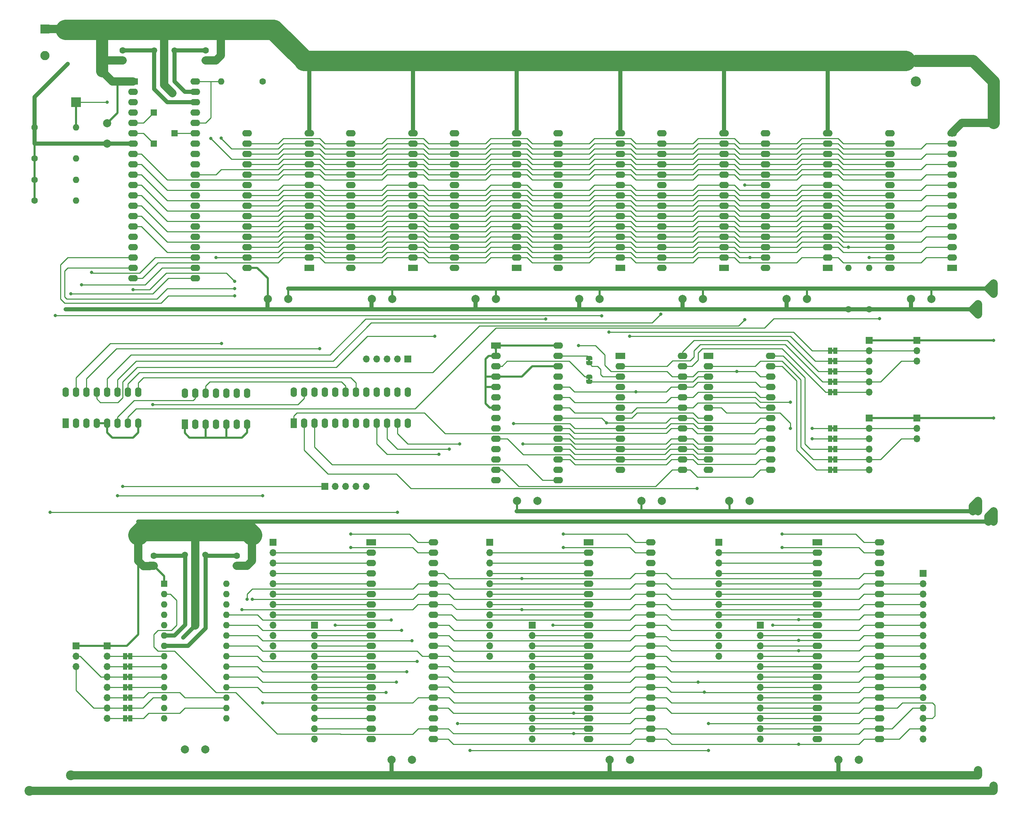
<source format=gbl>
G04 #@! TF.GenerationSoftware,KiCad,Pcbnew,8.0.7*
G04 #@! TF.CreationDate,2025-01-05T11:59:37+01:00*
G04 #@! TF.ProjectId,CPU_X-3,4350555f-582d-4332-9e6b-696361645f70,2*
G04 #@! TF.SameCoordinates,Original*
G04 #@! TF.FileFunction,Copper,L2,Bot*
G04 #@! TF.FilePolarity,Positive*
%FSLAX46Y46*%
G04 Gerber Fmt 4.6, Leading zero omitted, Abs format (unit mm)*
G04 Created by KiCad (PCBNEW 8.0.7) date 2025-01-05 11:59:37*
%MOMM*%
%LPD*%
G01*
G04 APERTURE LIST*
G04 Aperture macros list*
%AMFreePoly0*
4,1,19,0.500000,-0.750000,0.000000,-0.750000,0.000000,-0.744911,-0.071157,-0.744911,-0.207708,-0.704816,-0.327430,-0.627875,-0.420627,-0.520320,-0.479746,-0.390866,-0.500000,-0.250000,-0.500000,0.250000,-0.479746,0.390866,-0.420627,0.520320,-0.327430,0.627875,-0.207708,0.704816,-0.071157,0.744911,0.000000,0.744911,0.000000,0.750000,0.500000,0.750000,0.500000,-0.750000,0.500000,-0.750000,
$1*%
%AMFreePoly1*
4,1,19,0.000000,0.744911,0.071157,0.744911,0.207708,0.704816,0.327430,0.627875,0.420627,0.520320,0.479746,0.390866,0.500000,0.250000,0.500000,-0.250000,0.479746,-0.390866,0.420627,-0.520320,0.327430,-0.627875,0.207708,-0.704816,0.071157,-0.744911,0.000000,-0.744911,0.000000,-0.750000,-0.500000,-0.750000,-0.500000,0.750000,0.000000,0.750000,0.000000,0.744911,0.000000,0.744911,
$1*%
G04 Aperture macros list end*
G04 #@! TA.AperFunction,Conductor*
%ADD10C,0.300000*%
G04 #@! TD*
G04 #@! TA.AperFunction,Conductor*
%ADD11C,0.200000*%
G04 #@! TD*
G04 #@! TA.AperFunction,EtchedComponent*
%ADD12C,0.000000*%
G04 #@! TD*
G04 #@! TA.AperFunction,ComponentPad*
%ADD13C,2.000000*%
G04 #@! TD*
G04 #@! TA.AperFunction,ComponentPad*
%ADD14R,1.700000X1.700000*%
G04 #@! TD*
G04 #@! TA.AperFunction,ComponentPad*
%ADD15O,1.700000X1.700000*%
G04 #@! TD*
G04 #@! TA.AperFunction,ComponentPad*
%ADD16C,1.600000*%
G04 #@! TD*
G04 #@! TA.AperFunction,ComponentPad*
%ADD17O,1.600000X1.600000*%
G04 #@! TD*
G04 #@! TA.AperFunction,ComponentPad*
%ADD18R,1.600000X1.600000*%
G04 #@! TD*
G04 #@! TA.AperFunction,ComponentPad*
%ADD19C,2.400000*%
G04 #@! TD*
G04 #@! TA.AperFunction,ComponentPad*
%ADD20R,2.400000X1.600000*%
G04 #@! TD*
G04 #@! TA.AperFunction,ComponentPad*
%ADD21O,2.400000X1.600000*%
G04 #@! TD*
G04 #@! TA.AperFunction,ComponentPad*
%ADD22C,1.500000*%
G04 #@! TD*
G04 #@! TA.AperFunction,ComponentPad*
%ADD23R,1.600000X2.400000*%
G04 #@! TD*
G04 #@! TA.AperFunction,ComponentPad*
%ADD24O,1.600000X2.400000*%
G04 #@! TD*
G04 #@! TA.AperFunction,ComponentPad*
%ADD25R,2.500000X2.500000*%
G04 #@! TD*
G04 #@! TA.AperFunction,ComponentPad*
%ADD26C,2.500000*%
G04 #@! TD*
G04 #@! TA.AperFunction,ComponentPad*
%ADD27R,2.400000X2.400000*%
G04 #@! TD*
G04 #@! TA.AperFunction,ComponentPad*
%ADD28O,2.400000X2.400000*%
G04 #@! TD*
G04 #@! TA.AperFunction,ComponentPad*
%ADD29R,2.250000X2.250000*%
G04 #@! TD*
G04 #@! TA.AperFunction,ComponentPad*
%ADD30C,2.250000*%
G04 #@! TD*
G04 #@! TA.AperFunction,SMDPad,CuDef*
%ADD31R,1.000000X1.500000*%
G04 #@! TD*
G04 #@! TA.AperFunction,SMDPad,CuDef*
%ADD32FreePoly0,270.000000*%
G04 #@! TD*
G04 #@! TA.AperFunction,SMDPad,CuDef*
%ADD33FreePoly1,270.000000*%
G04 #@! TD*
G04 #@! TA.AperFunction,SMDPad,CuDef*
%ADD34R,1.500000X1.500000*%
G04 #@! TD*
G04 #@! TA.AperFunction,ViaPad*
%ADD35C,0.800000*%
G04 #@! TD*
G04 #@! TA.AperFunction,Conductor*
%ADD36C,1.000000*%
G04 #@! TD*
G04 #@! TA.AperFunction,Conductor*
%ADD37C,0.500000*%
G04 #@! TD*
G04 #@! TA.AperFunction,Conductor*
%ADD38C,2.000000*%
G04 #@! TD*
G04 #@! TA.AperFunction,Conductor*
%ADD39C,5.000000*%
G04 #@! TD*
G04 #@! TA.AperFunction,Conductor*
%ADD40C,3.000000*%
G04 #@! TD*
G04 #@! TA.AperFunction,Conductor*
%ADD41C,0.250000*%
G04 #@! TD*
G04 APERTURE END LIST*
D10*
X69769000Y-182118000D02*
G75*
G02*
X69169000Y-182118000I-300000J0D01*
G01*
X69169000Y-182118000D02*
G75*
G02*
X69769000Y-182118000I300000J0D01*
G01*
D11*
X67340815Y-48641000D02*
G75*
G02*
X66263185Y-48641000I-538815J0D01*
G01*
X66263185Y-48641000D02*
G75*
G02*
X67340815Y-48641000I538815J0D01*
G01*
D12*
G04 #@! TA.AperFunction,EtchedComponent*
G36*
X228850000Y-138730000D02*
G01*
X228350000Y-138730000D01*
X228350000Y-138130000D01*
X228850000Y-138130000D01*
X228850000Y-138730000D01*
G37*
G04 #@! TD.AperFunction*
G04 #@! TA.AperFunction,EtchedComponent*
G36*
X228850000Y-141270000D02*
G01*
X228350000Y-141270000D01*
X228350000Y-140670000D01*
X228850000Y-140670000D01*
X228850000Y-141270000D01*
G37*
G04 #@! TD.AperFunction*
G04 #@! TA.AperFunction,EtchedComponent*
G36*
X56130000Y-192070000D02*
G01*
X55630000Y-192070000D01*
X55630000Y-191470000D01*
X56130000Y-191470000D01*
X56130000Y-192070000D01*
G37*
G04 #@! TD.AperFunction*
G04 #@! TA.AperFunction,EtchedComponent*
G36*
X228850000Y-131110000D02*
G01*
X228350000Y-131110000D01*
X228350000Y-130510000D01*
X228850000Y-130510000D01*
X228850000Y-131110000D01*
G37*
G04 #@! TD.AperFunction*
G04 #@! TA.AperFunction,EtchedComponent*
G36*
X228850000Y-122220000D02*
G01*
X228350000Y-122220000D01*
X228350000Y-121620000D01*
X228850000Y-121620000D01*
X228850000Y-122220000D01*
G37*
G04 #@! TD.AperFunction*
G04 #@! TA.AperFunction,EtchedComponent*
G36*
X56130000Y-189530000D02*
G01*
X55630000Y-189530000D01*
X55630000Y-188930000D01*
X56130000Y-188930000D01*
X56130000Y-189530000D01*
G37*
G04 #@! TD.AperFunction*
G04 #@! TA.AperFunction,EtchedComponent*
G36*
X56130000Y-194610000D02*
G01*
X55630000Y-194610000D01*
X55630000Y-194010000D01*
X56130000Y-194010000D01*
X56130000Y-194610000D01*
G37*
G04 #@! TD.AperFunction*
G04 #@! TA.AperFunction,EtchedComponent*
G36*
X169210000Y-119010000D02*
G01*
X168610000Y-119010000D01*
X168610000Y-118510000D01*
X169210000Y-118510000D01*
X169210000Y-119010000D01*
G37*
G04 #@! TD.AperFunction*
G04 #@! TA.AperFunction,EtchedComponent*
G36*
X228850000Y-112060000D02*
G01*
X228350000Y-112060000D01*
X228350000Y-111460000D01*
X228850000Y-111460000D01*
X228850000Y-112060000D01*
G37*
G04 #@! TD.AperFunction*
G04 #@! TA.AperFunction,EtchedComponent*
G36*
X228850000Y-117140000D02*
G01*
X228350000Y-117140000D01*
X228350000Y-116540000D01*
X228850000Y-116540000D01*
X228850000Y-117140000D01*
G37*
G04 #@! TD.AperFunction*
G04 #@! TA.AperFunction,EtchedComponent*
G36*
X56130000Y-199690000D02*
G01*
X55630000Y-199690000D01*
X55630000Y-199090000D01*
X56130000Y-199090000D01*
X56130000Y-199690000D01*
G37*
G04 #@! TD.AperFunction*
G04 #@! TA.AperFunction,EtchedComponent*
G36*
X56130000Y-186990000D02*
G01*
X55630000Y-186990000D01*
X55630000Y-186390000D01*
X56130000Y-186390000D01*
X56130000Y-186990000D01*
G37*
G04 #@! TD.AperFunction*
G04 #@! TA.AperFunction,EtchedComponent*
G36*
X228850000Y-114600000D02*
G01*
X228350000Y-114600000D01*
X228350000Y-114000000D01*
X228850000Y-114000000D01*
X228850000Y-114600000D01*
G37*
G04 #@! TD.AperFunction*
G04 #@! TA.AperFunction,EtchedComponent*
G36*
X56130000Y-202230000D02*
G01*
X55630000Y-202230000D01*
X55630000Y-201630000D01*
X56130000Y-201630000D01*
X56130000Y-202230000D01*
G37*
G04 #@! TD.AperFunction*
G04 #@! TA.AperFunction,EtchedComponent*
G36*
X228850000Y-119680000D02*
G01*
X228350000Y-119680000D01*
X228350000Y-119080000D01*
X228850000Y-119080000D01*
X228850000Y-119680000D01*
G37*
G04 #@! TD.AperFunction*
G04 #@! TA.AperFunction,EtchedComponent*
G36*
X228850000Y-133650000D02*
G01*
X228350000Y-133650000D01*
X228350000Y-133050000D01*
X228850000Y-133050000D01*
X228850000Y-133650000D01*
G37*
G04 #@! TD.AperFunction*
G04 #@! TA.AperFunction,EtchedComponent*
G36*
X169210000Y-114438000D02*
G01*
X168610000Y-114438000D01*
X168610000Y-113938000D01*
X169210000Y-113938000D01*
X169210000Y-114438000D01*
G37*
G04 #@! TD.AperFunction*
G04 #@! TA.AperFunction,EtchedComponent*
G36*
X228850000Y-136190000D02*
G01*
X228350000Y-136190000D01*
X228350000Y-135590000D01*
X228850000Y-135590000D01*
X228850000Y-136190000D01*
G37*
G04 #@! TD.AperFunction*
G04 #@! TA.AperFunction,EtchedComponent*
G36*
X56130000Y-197150000D02*
G01*
X55630000Y-197150000D01*
X55630000Y-196550000D01*
X56130000Y-196550000D01*
X56130000Y-197150000D01*
G37*
G04 #@! TD.AperFunction*
D13*
X247730000Y-99060000D03*
X252730000Y-99060000D03*
D14*
X237490000Y-128270000D03*
D15*
X237490000Y-130810000D03*
X237490000Y-133350000D03*
X237490000Y-135890000D03*
X237490000Y-138430000D03*
X237490000Y-140970000D03*
D13*
X141050000Y-99060000D03*
X146050000Y-99060000D03*
D14*
X91440000Y-158750000D03*
D15*
X91440000Y-161290000D03*
X91440000Y-163830000D03*
X91440000Y-166370000D03*
X91440000Y-168910000D03*
X91440000Y-171450000D03*
X91440000Y-173990000D03*
X91440000Y-176530000D03*
X91440000Y-179070000D03*
X91440000Y-181610000D03*
X91440000Y-184150000D03*
X91440000Y-186690000D03*
D13*
X50800000Y-60960000D03*
X50800000Y-55960000D03*
D16*
X33020000Y-74930000D03*
D17*
X43180000Y-74930000D03*
D16*
X82550000Y-164572000D03*
X82550000Y-162072000D03*
D13*
X191810000Y-99060000D03*
X196810000Y-99060000D03*
D14*
X249174000Y-109220000D03*
D15*
X249174000Y-111760000D03*
X249174000Y-114300000D03*
D18*
X64770000Y-168910000D03*
D17*
X64770000Y-171450000D03*
X64770000Y-173990000D03*
X64770000Y-176530000D03*
X64770000Y-179070000D03*
X64770000Y-181610000D03*
X64770000Y-184150000D03*
X64770000Y-186690000D03*
X64770000Y-189230000D03*
X64770000Y-191770000D03*
X64770000Y-194310000D03*
X64770000Y-196850000D03*
X64770000Y-199390000D03*
X64770000Y-201930000D03*
X80010000Y-201930000D03*
X80010000Y-199390000D03*
X80010000Y-196850000D03*
X80010000Y-194310000D03*
X80010000Y-191770000D03*
X80010000Y-189230000D03*
X80010000Y-186690000D03*
X80010000Y-184150000D03*
X80010000Y-181610000D03*
X80010000Y-179070000D03*
X80010000Y-176530000D03*
X80010000Y-173990000D03*
X80010000Y-171450000D03*
X80010000Y-168910000D03*
D16*
X88900000Y-45720000D03*
D17*
X78740000Y-45720000D03*
D16*
X54610000Y-38100000D03*
X54610000Y-40600000D03*
D19*
X41910000Y-215900000D03*
D14*
X210820000Y-179070000D03*
D15*
X210820000Y-181610000D03*
X210820000Y-184150000D03*
X210820000Y-186690000D03*
X210820000Y-189230000D03*
X210820000Y-191770000D03*
X210820000Y-194310000D03*
X210820000Y-196850000D03*
X210820000Y-199390000D03*
X210820000Y-201930000D03*
X210820000Y-204470000D03*
X210820000Y-207010000D03*
D20*
X224790000Y-158750000D03*
D21*
X224790000Y-161290000D03*
X224790000Y-163830000D03*
X224790000Y-166370000D03*
X224790000Y-168910000D03*
X224790000Y-171450000D03*
X224790000Y-173990000D03*
X224790000Y-176530000D03*
X224790000Y-179070000D03*
X224790000Y-181610000D03*
X224790000Y-184150000D03*
X224790000Y-186690000D03*
X224790000Y-189230000D03*
X224790000Y-191770000D03*
X224790000Y-194310000D03*
X224790000Y-196850000D03*
X224790000Y-199390000D03*
X224790000Y-201930000D03*
X224790000Y-204470000D03*
X224790000Y-207010000D03*
X240030000Y-207010000D03*
X240030000Y-204470000D03*
X240030000Y-201930000D03*
X240030000Y-199390000D03*
X240030000Y-196850000D03*
X240030000Y-194310000D03*
X240030000Y-191770000D03*
X240030000Y-189230000D03*
X240030000Y-186690000D03*
X240030000Y-184150000D03*
X240030000Y-181610000D03*
X240030000Y-179070000D03*
X240030000Y-176530000D03*
X240030000Y-173990000D03*
X240030000Y-171450000D03*
X240030000Y-168910000D03*
X240030000Y-166370000D03*
X240030000Y-163830000D03*
X240030000Y-161290000D03*
X240030000Y-158750000D03*
D13*
X90170000Y-99060000D03*
X95170000Y-99060000D03*
D22*
X62312500Y-38100000D03*
X67312500Y-38100000D03*
D16*
X62230000Y-162072000D03*
X62230000Y-164572000D03*
D22*
X69850000Y-161798000D03*
X74850000Y-161798000D03*
D23*
X69850000Y-129794000D03*
D24*
X72390000Y-129794000D03*
X74930000Y-129794000D03*
X77470000Y-129794000D03*
X80010000Y-129794000D03*
X82550000Y-129794000D03*
X85090000Y-129794000D03*
X85090000Y-122174000D03*
X82550000Y-122174000D03*
X80010000Y-122174000D03*
X77470000Y-122174000D03*
X74930000Y-122174000D03*
X72390000Y-122174000D03*
X69850000Y-122174000D03*
D13*
X229950000Y-212090000D03*
X234950000Y-212090000D03*
X181690000Y-148590000D03*
X186690000Y-148590000D03*
D23*
X96520000Y-129540000D03*
D24*
X99060000Y-129540000D03*
X101600000Y-129540000D03*
X104140000Y-129540000D03*
X106680000Y-129540000D03*
X109220000Y-129540000D03*
X111760000Y-129540000D03*
X114300000Y-129540000D03*
X116840000Y-129540000D03*
X119380000Y-129540000D03*
X121920000Y-129540000D03*
X124460000Y-129540000D03*
X124460000Y-121920000D03*
X121920000Y-121920000D03*
X119380000Y-121920000D03*
X116840000Y-121920000D03*
X114300000Y-121920000D03*
X111760000Y-121920000D03*
X109220000Y-121920000D03*
X106680000Y-121920000D03*
X104140000Y-121920000D03*
X101600000Y-121920000D03*
X99060000Y-121920000D03*
X96520000Y-121920000D03*
D20*
X201930000Y-91440000D03*
D21*
X201930000Y-88900000D03*
X201930000Y-86360000D03*
X201930000Y-83820000D03*
X201930000Y-81280000D03*
X201930000Y-78740000D03*
X201930000Y-76200000D03*
X201930000Y-73660000D03*
X201930000Y-71120000D03*
X201930000Y-68580000D03*
X201930000Y-66040000D03*
X201930000Y-63500000D03*
X201930000Y-60960000D03*
X201930000Y-58420000D03*
X186690000Y-58420000D03*
X186690000Y-60960000D03*
X186690000Y-63500000D03*
X186690000Y-66040000D03*
X186690000Y-68580000D03*
X186690000Y-71120000D03*
X186690000Y-73660000D03*
X186690000Y-76200000D03*
X186690000Y-78740000D03*
X186690000Y-81280000D03*
X186690000Y-83820000D03*
X186690000Y-86360000D03*
X186690000Y-88900000D03*
X186690000Y-91440000D03*
D14*
X237490000Y-109220000D03*
D15*
X237490000Y-111760000D03*
X237490000Y-114300000D03*
X237490000Y-116840000D03*
X237490000Y-119380000D03*
X237490000Y-121920000D03*
D13*
X120476000Y-212090000D03*
X125476000Y-212090000D03*
X173926956Y-212090000D03*
X178926956Y-212090000D03*
D14*
X50800000Y-184150000D03*
D15*
X50800000Y-186690000D03*
X50800000Y-189230000D03*
X50800000Y-191770000D03*
X50800000Y-194310000D03*
X50800000Y-196850000D03*
X50800000Y-199390000D03*
X50800000Y-201930000D03*
D20*
X176530000Y-113030000D03*
D21*
X176530000Y-115570000D03*
X176530000Y-118110000D03*
X176530000Y-120650000D03*
X176530000Y-123190000D03*
X176530000Y-125730000D03*
X176530000Y-128270000D03*
X176530000Y-130810000D03*
X176530000Y-133350000D03*
X176530000Y-135890000D03*
X176530000Y-138430000D03*
X176530000Y-140970000D03*
X191770000Y-140970000D03*
X191770000Y-138430000D03*
X191770000Y-135890000D03*
X191770000Y-133350000D03*
X191770000Y-130810000D03*
X191770000Y-128270000D03*
X191770000Y-125730000D03*
X191770000Y-123190000D03*
X191770000Y-120650000D03*
X191770000Y-118110000D03*
X191770000Y-115570000D03*
X191770000Y-113030000D03*
D16*
X237490000Y-101600000D03*
D17*
X237490000Y-91440000D03*
D13*
X151210000Y-148590000D03*
X156210000Y-148590000D03*
D14*
X43180000Y-184150000D03*
D15*
X43180000Y-186690000D03*
X43180000Y-189230000D03*
D23*
X40640000Y-129540000D03*
D24*
X43180000Y-129540000D03*
X45720000Y-129540000D03*
X48260000Y-129540000D03*
X50800000Y-129540000D03*
X53340000Y-129540000D03*
X55880000Y-129540000D03*
X58420000Y-129540000D03*
X58420000Y-121920000D03*
X55880000Y-121920000D03*
X53340000Y-121920000D03*
X50800000Y-121920000D03*
X48260000Y-121920000D03*
X45720000Y-121920000D03*
X43180000Y-121920000D03*
X40640000Y-121920000D03*
D20*
X146050000Y-110490000D03*
D21*
X146050000Y-113030000D03*
X146050000Y-115570000D03*
X146050000Y-118110000D03*
X146050000Y-120650000D03*
X146050000Y-123190000D03*
X146050000Y-125730000D03*
X146050000Y-128270000D03*
X146050000Y-130810000D03*
X146050000Y-133350000D03*
X146050000Y-135890000D03*
X146050000Y-138430000D03*
X146050000Y-140970000D03*
X146050000Y-143510000D03*
X161290000Y-143510000D03*
X161290000Y-140970000D03*
X161290000Y-138430000D03*
X161290000Y-135890000D03*
X161290000Y-133350000D03*
X161290000Y-130810000D03*
X161290000Y-128270000D03*
X161290000Y-125730000D03*
X161290000Y-123190000D03*
X161290000Y-120650000D03*
X161290000Y-118110000D03*
X161290000Y-115570000D03*
X161290000Y-113030000D03*
X161290000Y-110490000D03*
D14*
X104140000Y-145034000D03*
D15*
X106680000Y-145034000D03*
X109220000Y-145034000D03*
X111760000Y-145034000D03*
X114300000Y-145034000D03*
D20*
X125730000Y-91440000D03*
D21*
X125730000Y-88900000D03*
X125730000Y-86360000D03*
X125730000Y-83820000D03*
X125730000Y-81280000D03*
X125730000Y-78740000D03*
X125730000Y-76200000D03*
X125730000Y-73660000D03*
X125730000Y-71120000D03*
X125730000Y-68580000D03*
X125730000Y-66040000D03*
X125730000Y-63500000D03*
X125730000Y-60960000D03*
X125730000Y-58420000D03*
X110490000Y-58420000D03*
X110490000Y-60960000D03*
X110490000Y-63500000D03*
X110490000Y-66040000D03*
X110490000Y-68580000D03*
X110490000Y-71120000D03*
X110490000Y-73660000D03*
X110490000Y-76200000D03*
X110490000Y-78740000D03*
X110490000Y-81280000D03*
X110490000Y-83820000D03*
X110490000Y-86360000D03*
X110490000Y-88900000D03*
X110490000Y-91440000D03*
D20*
X227330000Y-91440000D03*
D21*
X227330000Y-88900000D03*
X227330000Y-86360000D03*
X227330000Y-83820000D03*
X227330000Y-81280000D03*
X227330000Y-78740000D03*
X227330000Y-76200000D03*
X227330000Y-73660000D03*
X227330000Y-71120000D03*
X227330000Y-68580000D03*
X227330000Y-66040000D03*
X227330000Y-63500000D03*
X227330000Y-60960000D03*
X227330000Y-58420000D03*
X212090000Y-58420000D03*
X212090000Y-60960000D03*
X212090000Y-63500000D03*
X212090000Y-66040000D03*
X212090000Y-68580000D03*
X212090000Y-71120000D03*
X212090000Y-73660000D03*
X212090000Y-76200000D03*
X212090000Y-78740000D03*
X212090000Y-81280000D03*
X212090000Y-83820000D03*
X212090000Y-86360000D03*
X212090000Y-88900000D03*
X212090000Y-91440000D03*
D13*
X166450000Y-99060000D03*
X171450000Y-99060000D03*
D20*
X198120000Y-113030000D03*
D21*
X198120000Y-115570000D03*
X198120000Y-118110000D03*
X198120000Y-120650000D03*
X198120000Y-123190000D03*
X198120000Y-125730000D03*
X198120000Y-128270000D03*
X198120000Y-130810000D03*
X198120000Y-133350000D03*
X198120000Y-135890000D03*
X198120000Y-138430000D03*
X198120000Y-140970000D03*
X213360000Y-140970000D03*
X213360000Y-138430000D03*
X213360000Y-135890000D03*
X213360000Y-133350000D03*
X213360000Y-130810000D03*
X213360000Y-128270000D03*
X213360000Y-125730000D03*
X213360000Y-123190000D03*
X213360000Y-120650000D03*
X213360000Y-118110000D03*
X213360000Y-115570000D03*
X213360000Y-113030000D03*
D20*
X115505825Y-158750000D03*
D21*
X115505825Y-161290000D03*
X115505825Y-163830000D03*
X115505825Y-166370000D03*
X115505825Y-168910000D03*
X115505825Y-171450000D03*
X115505825Y-173990000D03*
X115505825Y-176530000D03*
X115505825Y-179070000D03*
X115505825Y-181610000D03*
X115505825Y-184150000D03*
X115505825Y-186690000D03*
X115505825Y-189230000D03*
X115505825Y-191770000D03*
X115505825Y-194310000D03*
X115505825Y-196850000D03*
X115505825Y-199390000D03*
X115505825Y-201930000D03*
X115505825Y-204470000D03*
X115505825Y-207010000D03*
X130745825Y-207010000D03*
X130745825Y-204470000D03*
X130745825Y-201930000D03*
X130745825Y-199390000D03*
X130745825Y-196850000D03*
X130745825Y-194310000D03*
X130745825Y-191770000D03*
X130745825Y-189230000D03*
X130745825Y-186690000D03*
X130745825Y-184150000D03*
X130745825Y-181610000D03*
X130745825Y-179070000D03*
X130745825Y-176530000D03*
X130745825Y-173990000D03*
X130745825Y-171450000D03*
X130745825Y-168910000D03*
X130745825Y-166370000D03*
X130745825Y-163830000D03*
X130745825Y-161290000D03*
X130745825Y-158750000D03*
D25*
X248920000Y-40640000D03*
D26*
X248920000Y-45720000D03*
D20*
X257810000Y-91440000D03*
D21*
X257810000Y-88900000D03*
X257810000Y-86360000D03*
X257810000Y-83820000D03*
X257810000Y-81280000D03*
X257810000Y-78740000D03*
X257810000Y-76200000D03*
X257810000Y-73660000D03*
X257810000Y-71120000D03*
X257810000Y-68580000D03*
X257810000Y-66040000D03*
X257810000Y-63500000D03*
X257810000Y-60960000D03*
X257810000Y-58420000D03*
X242570000Y-58420000D03*
X242570000Y-60960000D03*
X242570000Y-63500000D03*
X242570000Y-66040000D03*
X242570000Y-68580000D03*
X242570000Y-71120000D03*
X242570000Y-73660000D03*
X242570000Y-76200000D03*
X242570000Y-78740000D03*
X242570000Y-81280000D03*
X242570000Y-83820000D03*
X242570000Y-86360000D03*
X242570000Y-88900000D03*
X242570000Y-91440000D03*
D16*
X33020000Y-57040000D03*
D17*
X43180000Y-57040000D03*
D13*
X203200000Y-148590000D03*
X208200000Y-148590000D03*
D14*
X144526000Y-158750000D03*
D15*
X144526000Y-161290000D03*
X144526000Y-163830000D03*
X144526000Y-166370000D03*
X144526000Y-168910000D03*
X144526000Y-171450000D03*
X144526000Y-173990000D03*
X144526000Y-176530000D03*
X144526000Y-179070000D03*
X144526000Y-181610000D03*
X144526000Y-184150000D03*
X144526000Y-186690000D03*
D20*
X151130000Y-91440000D03*
D21*
X151130000Y-88900000D03*
X151130000Y-86360000D03*
X151130000Y-83820000D03*
X151130000Y-81280000D03*
X151130000Y-78740000D03*
X151130000Y-76200000D03*
X151130000Y-73660000D03*
X151130000Y-71120000D03*
X151130000Y-68580000D03*
X151130000Y-66040000D03*
X151130000Y-63500000D03*
X151130000Y-60960000D03*
X151130000Y-58420000D03*
X135890000Y-58420000D03*
X135890000Y-60960000D03*
X135890000Y-63500000D03*
X135890000Y-66040000D03*
X135890000Y-68580000D03*
X135890000Y-71120000D03*
X135890000Y-73660000D03*
X135890000Y-76200000D03*
X135890000Y-78740000D03*
X135890000Y-81280000D03*
X135890000Y-83820000D03*
X135890000Y-86360000D03*
X135890000Y-88900000D03*
X135890000Y-91440000D03*
D20*
X176530000Y-91440000D03*
D21*
X176530000Y-88900000D03*
X176530000Y-86360000D03*
X176530000Y-83820000D03*
X176530000Y-81280000D03*
X176530000Y-78740000D03*
X176530000Y-76200000D03*
X176530000Y-73660000D03*
X176530000Y-71120000D03*
X176530000Y-68580000D03*
X176530000Y-66040000D03*
X176530000Y-63500000D03*
X176530000Y-60960000D03*
X176530000Y-58420000D03*
X161290000Y-58420000D03*
X161290000Y-60960000D03*
X161290000Y-63500000D03*
X161290000Y-66040000D03*
X161290000Y-68580000D03*
X161290000Y-71120000D03*
X161290000Y-73660000D03*
X161290000Y-76200000D03*
X161290000Y-78740000D03*
X161290000Y-81280000D03*
X161290000Y-83820000D03*
X161290000Y-86360000D03*
X161290000Y-88900000D03*
X161290000Y-91440000D03*
D20*
X100330000Y-91440000D03*
D21*
X100330000Y-88900000D03*
X100330000Y-86360000D03*
X100330000Y-83820000D03*
X100330000Y-81280000D03*
X100330000Y-78740000D03*
X100330000Y-76200000D03*
X100330000Y-73660000D03*
X100330000Y-71120000D03*
X100330000Y-68580000D03*
X100330000Y-66040000D03*
X100330000Y-63500000D03*
X100330000Y-60960000D03*
X100330000Y-58420000D03*
X85090000Y-58420000D03*
X85090000Y-60960000D03*
X85090000Y-63500000D03*
X85090000Y-66040000D03*
X85090000Y-68580000D03*
X85090000Y-71120000D03*
X85090000Y-73660000D03*
X85090000Y-76200000D03*
X85090000Y-78740000D03*
X85090000Y-81280000D03*
X85090000Y-83820000D03*
X85090000Y-86360000D03*
X85090000Y-88900000D03*
X85090000Y-91440000D03*
D13*
X217250000Y-99060000D03*
X222250000Y-99060000D03*
D14*
X200660000Y-158750000D03*
D15*
X200660000Y-161290000D03*
X200660000Y-163830000D03*
X200660000Y-166370000D03*
X200660000Y-168910000D03*
X200660000Y-171450000D03*
X200660000Y-173990000D03*
X200660000Y-176530000D03*
X200660000Y-179070000D03*
X200660000Y-181610000D03*
X200660000Y-184150000D03*
X200660000Y-186690000D03*
D13*
X115650000Y-99060000D03*
X120650000Y-99060000D03*
D14*
X250698000Y-166370000D03*
D15*
X250698000Y-168910000D03*
X250698000Y-171450000D03*
X250698000Y-173990000D03*
X250698000Y-176530000D03*
X250698000Y-179070000D03*
X250698000Y-181610000D03*
X250698000Y-184150000D03*
X250698000Y-186690000D03*
X250698000Y-189230000D03*
X250698000Y-191770000D03*
X250698000Y-194310000D03*
X250698000Y-196850000D03*
X250698000Y-199390000D03*
X250698000Y-201930000D03*
X250698000Y-204470000D03*
X250698000Y-207010000D03*
D19*
X31750000Y-219710000D03*
D16*
X33020000Y-69850000D03*
D17*
X43180000Y-69850000D03*
D27*
X43180000Y-50800000D03*
D28*
X43180000Y-32800000D03*
D14*
X249174000Y-128270000D03*
D15*
X249174000Y-130810000D03*
X249174000Y-133350000D03*
D16*
X33020000Y-64660000D03*
D17*
X43180000Y-64660000D03*
D14*
X124460000Y-113792000D03*
D15*
X121920000Y-113792000D03*
X119380000Y-113792000D03*
X116840000Y-113792000D03*
X114300000Y-113792000D03*
D14*
X101600000Y-179070000D03*
D15*
X101600000Y-181610000D03*
X101600000Y-184150000D03*
X101600000Y-186690000D03*
X101600000Y-189230000D03*
X101600000Y-191770000D03*
X101600000Y-194310000D03*
X101600000Y-196850000D03*
X101600000Y-199390000D03*
X101600000Y-201930000D03*
X101600000Y-204470000D03*
X101600000Y-207010000D03*
D16*
X74930000Y-40600000D03*
X74930000Y-38100000D03*
D29*
X35565000Y-32905000D03*
D30*
X35565000Y-39405000D03*
D20*
X168766956Y-158750000D03*
D21*
X168766956Y-161290000D03*
X168766956Y-163830000D03*
X168766956Y-166370000D03*
X168766956Y-168910000D03*
X168766956Y-171450000D03*
X168766956Y-173990000D03*
X168766956Y-176530000D03*
X168766956Y-179070000D03*
X168766956Y-181610000D03*
X168766956Y-184150000D03*
X168766956Y-186690000D03*
X168766956Y-189230000D03*
X168766956Y-191770000D03*
X168766956Y-194310000D03*
X168766956Y-196850000D03*
X168766956Y-199390000D03*
X168766956Y-201930000D03*
X168766956Y-204470000D03*
X168766956Y-207010000D03*
X184006956Y-207010000D03*
X184006956Y-204470000D03*
X184006956Y-201930000D03*
X184006956Y-199390000D03*
X184006956Y-196850000D03*
X184006956Y-194310000D03*
X184006956Y-191770000D03*
X184006956Y-189230000D03*
X184006956Y-186690000D03*
X184006956Y-184150000D03*
X184006956Y-181610000D03*
X184006956Y-179070000D03*
X184006956Y-176530000D03*
X184006956Y-173990000D03*
X184006956Y-171450000D03*
X184006956Y-168910000D03*
X184006956Y-166370000D03*
X184006956Y-163830000D03*
X184006956Y-161290000D03*
X184006956Y-158750000D03*
D14*
X154940000Y-179070000D03*
D15*
X154940000Y-181610000D03*
X154940000Y-184150000D03*
X154940000Y-186690000D03*
X154940000Y-189230000D03*
X154940000Y-191770000D03*
X154940000Y-194310000D03*
X154940000Y-196850000D03*
X154940000Y-199390000D03*
X154940000Y-201930000D03*
X154940000Y-204470000D03*
X154940000Y-207010000D03*
D13*
X74890000Y-209550000D03*
X69890000Y-209550000D03*
D20*
X57155000Y-45720000D03*
D21*
X57155000Y-48260000D03*
X57155000Y-50800000D03*
X57155000Y-53340000D03*
X57155000Y-55880000D03*
X57155000Y-58420000D03*
X57155000Y-60960000D03*
X57155000Y-63500000D03*
X57155000Y-66040000D03*
X57155000Y-68580000D03*
X57155000Y-71120000D03*
X57155000Y-73660000D03*
X57155000Y-76200000D03*
X57155000Y-78740000D03*
X57155000Y-81280000D03*
X57155000Y-83820000D03*
X57155000Y-86360000D03*
X57155000Y-88900000D03*
X57155000Y-91440000D03*
X57155000Y-93980000D03*
X72395000Y-93980000D03*
X72395000Y-91440000D03*
X72395000Y-88900000D03*
X72395000Y-86360000D03*
X72395000Y-83820000D03*
X72395000Y-81280000D03*
X72395000Y-78740000D03*
X72395000Y-76200000D03*
X72395000Y-73660000D03*
X72395000Y-71120000D03*
X72395000Y-68580000D03*
X72395000Y-66040000D03*
X72395000Y-63500000D03*
X72395000Y-60960000D03*
X72395000Y-58420000D03*
X72395000Y-55880000D03*
X72395000Y-53340000D03*
X72395000Y-50800000D03*
X72395000Y-48260000D03*
X72395000Y-45720000D03*
D16*
X232410000Y-101600000D03*
D17*
X232410000Y-91440000D03*
D31*
X227950000Y-138430000D03*
X229250000Y-138430000D03*
X227950000Y-140970000D03*
X229250000Y-140970000D03*
X56530000Y-191770000D03*
X55230000Y-191770000D03*
X227950000Y-130810000D03*
X229250000Y-130810000D03*
X227950000Y-121920000D03*
X229250000Y-121920000D03*
X56530000Y-189230000D03*
X55230000Y-189230000D03*
X56530000Y-194310000D03*
X55230000Y-194310000D03*
D32*
X168910000Y-118110000D03*
D33*
X168910000Y-119410000D03*
D31*
X227950000Y-111760000D03*
X229250000Y-111760000D03*
D34*
X67310000Y-58420000D03*
X62230000Y-60960000D03*
D31*
X227950000Y-116840000D03*
X229250000Y-116840000D03*
X56530000Y-199390000D03*
X55230000Y-199390000D03*
X56530000Y-186690000D03*
X55230000Y-186690000D03*
D34*
X62230000Y-53340000D03*
D31*
X227950000Y-114300000D03*
X229250000Y-114300000D03*
X56530000Y-201930000D03*
X55230000Y-201930000D03*
X227950000Y-119380000D03*
X229250000Y-119380000D03*
X227950000Y-133350000D03*
X229250000Y-133350000D03*
D32*
X168910000Y-113538000D03*
D33*
X168910000Y-114838000D03*
D31*
X227950000Y-135890000D03*
X229250000Y-135890000D03*
X56530000Y-196850000D03*
X55230000Y-196850000D03*
D35*
X267970000Y-153670000D03*
X154940000Y-153670000D03*
X168766956Y-153670000D03*
X266700000Y-219710000D03*
X267970000Y-54610000D03*
X200660000Y-153670000D03*
X257810000Y-96520000D03*
X186690000Y-153670000D03*
X69850000Y-219710000D03*
X267970000Y-151130000D03*
X115570000Y-153670000D03*
X58420000Y-153670000D03*
X267970000Y-53340000D03*
X267970000Y-218440000D03*
X234950000Y-219710000D03*
X267970000Y-95250000D03*
X267970000Y-109220000D03*
X91440000Y-153670000D03*
X156210000Y-153670000D03*
X125476000Y-219710000D03*
X178926956Y-219710000D03*
X124460000Y-153670000D03*
X267970000Y-55880000D03*
X210820000Y-153670000D03*
X85090000Y-153670000D03*
X267970000Y-96520000D03*
X208280000Y-153670000D03*
X144526000Y-153670000D03*
X267970000Y-219710000D03*
X267970000Y-97790000D03*
X250698000Y-219710000D03*
X224790000Y-153670000D03*
X267970000Y-128270000D03*
X101600000Y-153670000D03*
X267970000Y-152400000D03*
X50800000Y-50800000D03*
X152400000Y-175260000D03*
X83820000Y-175260000D03*
X91440000Y-215900000D03*
X264160000Y-151130000D03*
X40640000Y-101600000D03*
X69850000Y-101600000D03*
X41148000Y-41402000D03*
X262890000Y-215900000D03*
X264160000Y-149860000D03*
X96520000Y-101600000D03*
X264160000Y-148590000D03*
X101600000Y-215900000D03*
X40132000Y-42418000D03*
X154940000Y-215900000D03*
X264160000Y-101600000D03*
X264160000Y-214630000D03*
X264160000Y-215900000D03*
X200660000Y-215900000D03*
X144526000Y-215900000D03*
X264160000Y-100330000D03*
X264160000Y-102870000D03*
X210820000Y-215900000D03*
X80010000Y-215900000D03*
X152400000Y-167640000D03*
X36830000Y-151384000D03*
X121920000Y-151384000D03*
X38100000Y-103124000D03*
X171958000Y-103254400D03*
X41910000Y-97790000D03*
X44522500Y-95604500D03*
X47034800Y-92584800D03*
X166281200Y-110490000D03*
X220218000Y-177709000D03*
X205063300Y-116840000D03*
X119126000Y-195580000D03*
X220218000Y-182789000D03*
X124206000Y-190500000D03*
X78745300Y-59647350D03*
X126746000Y-187960000D03*
X220218000Y-185329000D03*
X197104000Y-195500400D03*
X120396000Y-177800000D03*
X121666000Y-193040000D03*
X76200000Y-59690000D03*
X180340000Y-121840500D03*
X125476000Y-182880000D03*
X173190300Y-129459000D03*
X122936000Y-180340000D03*
X195580000Y-193040000D03*
X85090000Y-172720000D03*
X165100000Y-205669200D03*
X152654000Y-134620000D03*
X165100000Y-200660000D03*
X86360000Y-172720000D03*
X150396000Y-129618000D03*
X82042000Y-96520000D03*
X57150000Y-96774000D03*
X82042000Y-94742000D03*
X61976000Y-124968000D03*
X82042000Y-98298000D03*
X232410000Y-86360000D03*
X237490000Y-88900000D03*
X77470000Y-88900000D03*
X208280000Y-88900000D03*
X220218000Y-208335800D03*
X78820000Y-109982000D03*
X158242000Y-104025900D03*
X102870000Y-111252000D03*
X240030000Y-103886000D03*
X131064000Y-108204000D03*
X186442000Y-102822600D03*
X207010000Y-71120000D03*
X207010000Y-104140000D03*
X53340000Y-147320000D03*
X88900000Y-147320000D03*
X88900000Y-198161000D03*
X54610000Y-145034000D03*
X134620000Y-135890000D03*
X136714825Y-203200000D03*
X137160000Y-134620000D03*
X139700000Y-209804000D03*
X198120000Y-209804000D03*
X198120000Y-203200000D03*
X195326000Y-145542000D03*
X110490000Y-156718000D03*
X110490000Y-160020000D03*
X106680000Y-179070000D03*
X162560000Y-156718000D03*
X160020000Y-179070000D03*
X162560000Y-160061000D03*
X216154000Y-160020000D03*
X216154000Y-156718000D03*
X213868000Y-179070000D03*
X173736000Y-107188000D03*
X178816000Y-108204000D03*
X218186000Y-130810000D03*
X223520000Y-130810000D03*
X218186000Y-124411500D03*
X223520000Y-133350000D03*
X132080000Y-137160000D03*
D36*
X54610000Y-38100000D02*
X62312500Y-38100000D01*
X62312500Y-47580500D02*
X65532000Y-50800000D01*
X65532000Y-50800000D02*
X72395000Y-50800000D01*
X62312500Y-38100000D02*
X62312500Y-47580500D01*
D37*
X145786200Y-111083300D02*
X146050000Y-111347100D01*
X143510000Y-113792000D02*
X143510000Y-118110000D01*
D38*
X58420000Y-163322000D02*
X58420000Y-156972000D01*
X61214000Y-164592000D02*
X61234000Y-164572000D01*
D39*
X246380000Y-40640000D02*
X227330000Y-40640000D01*
D37*
X52070000Y-133096000D02*
X57150000Y-133096000D01*
D38*
X171450000Y-219710000D02*
X104140000Y-219710000D01*
D40*
X49530000Y-40640000D02*
X49530000Y-33020000D01*
D37*
X74930000Y-129540000D02*
X74930000Y-133096000D01*
X252730000Y-99060000D02*
X252730000Y-96520000D01*
X143510000Y-124714000D02*
X144526000Y-125730000D01*
D36*
X224790000Y-153670000D02*
X220980000Y-153670000D01*
D37*
X70993000Y-133096000D02*
X74930000Y-133096000D01*
X144272000Y-113030000D02*
X143510000Y-113792000D01*
D38*
X58420000Y-163322000D02*
X59690000Y-164592000D01*
X267970000Y-153670000D02*
X267970000Y-151130000D01*
X49530000Y-43180000D02*
X52070000Y-45720000D01*
D36*
X95210000Y-96520000D02*
X95170000Y-96560000D01*
D37*
X50800000Y-55960000D02*
X53340000Y-53420000D01*
D39*
X64770000Y-33020000D02*
X49530000Y-33020000D01*
D37*
X246380000Y-40640000D02*
X248920000Y-40640000D01*
X237490000Y-109220000D02*
X267970000Y-109220000D01*
D38*
X54610000Y-40600000D02*
X49570000Y-40600000D01*
D36*
X146050000Y-96520000D02*
X119380000Y-96520000D01*
X93980000Y-153670000D02*
X85090000Y-153670000D01*
D37*
X83820000Y-133096000D02*
X85090000Y-131826000D01*
D36*
X196850000Y-96520000D02*
X171450000Y-96520000D01*
X266700000Y-153670000D02*
X224790000Y-153670000D01*
X266700000Y-96520000D02*
X257810000Y-96520000D01*
D38*
X267970000Y-95250000D02*
X266700000Y-96520000D01*
D36*
X171450000Y-96520000D02*
X146050000Y-96520000D01*
D37*
X64770000Y-167112000D02*
X62230000Y-164572000D01*
X69850000Y-131953000D02*
X70993000Y-133096000D01*
D39*
X151384000Y-40640000D02*
X126238000Y-40640000D01*
D40*
X262890000Y-40640000D02*
X248920000Y-40640000D01*
D39*
X176530000Y-40640000D02*
X151384000Y-40640000D01*
D38*
X86320000Y-156972000D02*
X86320000Y-163322000D01*
X74930000Y-40600000D02*
X77470000Y-40600000D01*
X85090000Y-164552000D02*
X82550000Y-164552000D01*
D36*
X133158825Y-153670000D02*
X124268825Y-153670000D01*
D38*
X64770000Y-33020000D02*
X64770000Y-46609000D01*
D37*
X196810000Y-96560000D02*
X196850000Y-96520000D01*
D39*
X59436000Y-155956000D02*
X58420000Y-156972000D01*
D38*
X267970000Y-219710000D02*
X231140000Y-219710000D01*
D37*
X57150000Y-133096000D02*
X58420000Y-131826000D01*
D39*
X99060000Y-40513000D02*
X99060000Y-40640000D01*
D38*
X61234000Y-164572000D02*
X62230000Y-164572000D01*
D40*
X49530000Y-43180000D02*
X49530000Y-40640000D01*
D36*
X72390000Y-179197000D02*
X69469000Y-182118000D01*
D39*
X91567000Y-33020000D02*
X99060000Y-40513000D01*
D37*
X120650000Y-99060000D02*
X120650000Y-96520000D01*
X222250000Y-99060000D02*
X222250000Y-96520000D01*
X55626000Y-184150000D02*
X58420000Y-181356000D01*
D36*
X176530000Y-58420000D02*
X176530000Y-40640000D01*
D37*
X43400000Y-33020000D02*
X43180000Y-32800000D01*
X125730000Y-41148000D02*
X126238000Y-40640000D01*
D36*
X161290000Y-153670000D02*
X156210000Y-153670000D01*
X222250000Y-96520000D02*
X196850000Y-96520000D01*
X115570000Y-153670000D02*
X93980000Y-153670000D01*
D38*
X260195000Y-55880000D02*
X257810000Y-58265000D01*
D37*
X50800000Y-131826000D02*
X52070000Y-133096000D01*
X171450000Y-99060000D02*
X171450000Y-96520000D01*
D39*
X227330000Y-40640000D02*
X201930000Y-40640000D01*
D37*
X143510000Y-118110000D02*
X143510000Y-120650000D01*
X146050000Y-113030000D02*
X144272000Y-113030000D01*
D39*
X71882000Y-155956000D02*
X59436000Y-155956000D01*
D37*
X146050000Y-99060000D02*
X146050000Y-96520000D01*
X50800000Y-129540000D02*
X48260000Y-129540000D01*
D39*
X71882000Y-155956000D02*
X85304000Y-155956000D01*
D37*
X154940000Y-115570000D02*
X161290000Y-115570000D01*
D38*
X77470000Y-40600000D02*
X78700000Y-39370000D01*
D41*
X40525000Y-32905000D02*
X40640000Y-33020000D01*
D37*
X50800000Y-184150000D02*
X43180000Y-184150000D01*
X161290000Y-110490000D02*
X146050000Y-110490000D01*
X53340000Y-53420000D02*
X53340000Y-45720000D01*
D36*
X252730000Y-96520000D02*
X222250000Y-96520000D01*
D37*
X151130000Y-40894000D02*
X151384000Y-40640000D01*
D36*
X210820000Y-153670000D02*
X199390000Y-153670000D01*
X199390000Y-153670000D02*
X186690000Y-153670000D01*
X257810000Y-96520000D02*
X252730000Y-96520000D01*
X201930000Y-58420000D02*
X201930000Y-40640000D01*
D38*
X267970000Y-97790000D02*
X267970000Y-95250000D01*
D36*
X119380000Y-96520000D02*
X95210000Y-96520000D01*
D38*
X52070000Y-45720000D02*
X53340000Y-45720000D01*
X72390000Y-179197000D02*
X72390000Y-156464000D01*
D37*
X146050000Y-120650000D02*
X143510000Y-120650000D01*
D36*
X223520000Y-153670000D02*
X210820000Y-153670000D01*
X125730000Y-58420000D02*
X125730000Y-41148000D01*
D38*
X35565000Y-32905000D02*
X40525000Y-32905000D01*
D36*
X85090000Y-153670000D02*
X58420000Y-153670000D01*
X267970000Y-96520000D02*
X266700000Y-96520000D01*
D40*
X267970000Y-45720000D02*
X262890000Y-40640000D01*
X267970000Y-55880000D02*
X267970000Y-54610000D01*
D37*
X146050000Y-111347100D02*
X146050000Y-113030000D01*
X146050000Y-118110000D02*
X143510000Y-118110000D01*
X80010000Y-133096000D02*
X83820000Y-133096000D01*
D38*
X267970000Y-97790000D02*
X266700000Y-96520000D01*
D37*
X74930000Y-133096000D02*
X80010000Y-133096000D01*
D36*
X267970000Y-153670000D02*
X266700000Y-153670000D01*
D39*
X85304000Y-155956000D02*
X86320000Y-156972000D01*
D36*
X227330000Y-58420000D02*
X227330000Y-40640000D01*
D37*
X64770000Y-168910000D02*
X64770000Y-167112000D01*
X196810000Y-99060000D02*
X196810000Y-96560000D01*
D36*
X144780000Y-153670000D02*
X133350000Y-153670000D01*
D38*
X86320000Y-163322000D02*
X85090000Y-164552000D01*
D36*
X151130000Y-58420000D02*
X151130000Y-40894000D01*
D38*
X267970000Y-218440000D02*
X267970000Y-219710000D01*
D37*
X49570000Y-40600000D02*
X49530000Y-40640000D01*
X95170000Y-99060000D02*
X95170000Y-96560000D01*
X80010000Y-129540000D02*
X80010000Y-133096000D01*
X69850000Y-129540000D02*
X69850000Y-131953000D01*
D36*
X100330000Y-58420000D02*
X100330000Y-41910000D01*
D39*
X40640000Y-33020000D02*
X49530000Y-33020000D01*
D38*
X53340000Y-45720000D02*
X57155000Y-45720000D01*
D39*
X201930000Y-40640000D02*
X176530000Y-40640000D01*
X126238000Y-40640000D02*
X99060000Y-40640000D01*
D37*
X50800000Y-129540000D02*
X50800000Y-131826000D01*
D38*
X72390000Y-156464000D02*
X71882000Y-155956000D01*
D37*
X146050000Y-118110000D02*
X152400000Y-118110000D01*
D36*
X156210000Y-153670000D02*
X144780000Y-153670000D01*
D38*
X267970000Y-151130000D02*
X266700000Y-152400000D01*
X64770000Y-46609000D02*
X66802000Y-48641000D01*
D37*
X152400000Y-118110000D02*
X154940000Y-115570000D01*
D38*
X104140000Y-219710000D02*
X31750000Y-219710000D01*
D37*
X100330000Y-41910000D02*
X99060000Y-40640000D01*
D38*
X78700000Y-39370000D02*
X78700000Y-33020000D01*
D37*
X58420000Y-131826000D02*
X58420000Y-129540000D01*
X50800000Y-184150000D02*
X55626000Y-184150000D01*
D36*
X124460000Y-153670000D02*
X115570000Y-153670000D01*
D38*
X266700000Y-152400000D02*
X266700000Y-153670000D01*
X59690000Y-164592000D02*
X61214000Y-164592000D01*
D37*
X144526000Y-125730000D02*
X146050000Y-125730000D01*
X85090000Y-131826000D02*
X85090000Y-129540000D01*
X143510000Y-120650000D02*
X143510000Y-124714000D01*
D38*
X231140000Y-219710000D02*
X171450000Y-219710000D01*
D37*
X267970000Y-128270000D02*
X237490000Y-128270000D01*
D38*
X267970000Y-55880000D02*
X260195000Y-55880000D01*
D37*
X58420000Y-181356000D02*
X58420000Y-163322000D01*
D40*
X267970000Y-54610000D02*
X267970000Y-45720000D01*
D39*
X64770000Y-33020000D02*
X91567000Y-33020000D01*
D36*
X186690000Y-153670000D02*
X161290000Y-153670000D01*
X69850000Y-48260000D02*
X72395000Y-48260000D01*
X67312500Y-45722500D02*
X69850000Y-48260000D01*
X67312500Y-38100000D02*
X67312500Y-45722500D01*
X74930000Y-38100000D02*
X67312500Y-38100000D01*
D41*
X152359000Y-175219000D02*
X136419825Y-175219000D01*
X83820000Y-175260000D02*
X125665825Y-175260000D01*
X152400000Y-175260000D02*
X152359000Y-175219000D01*
D37*
X43180000Y-50800000D02*
X43180000Y-57040000D01*
D41*
X135190825Y-173990000D02*
X130745825Y-173990000D01*
X180196956Y-173990000D02*
X184006956Y-173990000D01*
X236220000Y-173990000D02*
X234950000Y-175260000D01*
X126935825Y-173990000D02*
X130745825Y-173990000D01*
X234950000Y-175260000D02*
X189087294Y-175260000D01*
X136419825Y-175219000D02*
X135190825Y-173990000D01*
X125665825Y-175260000D02*
X126935825Y-173990000D01*
X240030000Y-173990000D02*
X250698000Y-173990000D01*
X152400000Y-175260000D02*
X178926956Y-175260000D01*
X187817294Y-173990000D02*
X184006956Y-173990000D01*
X43180000Y-50800000D02*
X50800000Y-50800000D01*
X240030000Y-173990000D02*
X236220000Y-173990000D01*
X178926956Y-175260000D02*
X180196956Y-173990000D01*
X189087294Y-175260000D02*
X187817294Y-173990000D01*
D37*
X203280000Y-148590000D02*
X203280000Y-151050000D01*
X33020000Y-74930000D02*
X33020000Y-69850000D01*
D36*
X129540000Y-101600000D02*
X114300000Y-101600000D01*
D37*
X203280000Y-149820000D02*
X203200000Y-149740000D01*
D36*
X264160000Y-101600000D02*
X262890000Y-101600000D01*
D38*
X264160000Y-214630000D02*
X264160000Y-215900000D01*
D37*
X33020000Y-64660000D02*
X33020000Y-69850000D01*
D38*
X264160000Y-100330000D02*
X262890000Y-101600000D01*
D37*
X191810000Y-101560000D02*
X191810000Y-101600000D01*
X203200000Y-149740000D02*
X203200000Y-148590000D01*
D36*
X264160000Y-151130000D02*
X262890000Y-151130000D01*
D37*
X90170000Y-94020000D02*
X87590000Y-91440000D01*
D36*
X166450000Y-101520000D02*
X166450000Y-99060000D01*
X217170000Y-101600000D02*
X207010000Y-101600000D01*
D37*
X166450000Y-101520000D02*
X166450000Y-101600000D01*
D36*
X96520000Y-101600000D02*
X88900000Y-101600000D01*
D37*
X247730000Y-101520000D02*
X247730000Y-101600000D01*
D36*
X203200000Y-151130000D02*
X181610000Y-151130000D01*
D37*
X141050000Y-101520000D02*
X141050000Y-101600000D01*
D36*
X141050000Y-101520000D02*
X141050000Y-99060000D01*
X166370000Y-101600000D02*
X156210000Y-101600000D01*
X57155000Y-60960000D02*
X50800000Y-60960000D01*
X232410000Y-101600000D02*
X217170000Y-101600000D01*
D37*
X217250000Y-101520000D02*
X217250000Y-101600000D01*
X87590000Y-91440000D02*
X85050000Y-91440000D01*
D36*
X33020000Y-49530000D02*
X41148000Y-41402000D01*
X50800000Y-60960000D02*
X33020000Y-60960000D01*
X237490000Y-101600000D02*
X247650000Y-101600000D01*
X78740000Y-101600000D02*
X69850000Y-101600000D01*
D37*
X181690000Y-148590000D02*
X181690000Y-151050000D01*
D38*
X264160000Y-148590000D02*
X262890000Y-149860000D01*
D36*
X156210000Y-101600000D02*
X140970000Y-101600000D01*
D38*
X101600000Y-215900000D02*
X41910000Y-215900000D01*
X226060000Y-215900000D02*
X214630000Y-215900000D01*
X264160000Y-101600000D02*
X264160000Y-100330000D01*
X264160000Y-102870000D02*
X262890000Y-101600000D01*
D36*
X217250000Y-99060000D02*
X217250000Y-101520000D01*
D38*
X262890000Y-149860000D02*
X262890000Y-151130000D01*
D37*
X229950000Y-215820000D02*
X229870000Y-215900000D01*
D36*
X247730000Y-99060000D02*
X247730000Y-101520000D01*
X229950000Y-212090000D02*
X229950000Y-215820000D01*
X120476000Y-212090000D02*
X120476000Y-215820000D01*
X115570000Y-101600000D02*
X115570000Y-99140000D01*
X262890000Y-151130000D02*
X203200000Y-151130000D01*
X181610000Y-151130000D02*
X151130000Y-151130000D01*
D37*
X33020000Y-64660000D02*
X33020000Y-60960000D01*
D36*
X104140000Y-101600000D02*
X96520000Y-101600000D01*
D38*
X264160000Y-102870000D02*
X264160000Y-101600000D01*
D36*
X69850000Y-101600000D02*
X40640000Y-101600000D01*
D38*
X101600000Y-215900000D02*
X214630000Y-215900000D01*
D36*
X90130000Y-101600000D02*
X90130000Y-99100000D01*
X181610000Y-101600000D02*
X166370000Y-101600000D01*
D38*
X264160000Y-151130000D02*
X264160000Y-148590000D01*
D37*
X90170000Y-99060000D02*
X90170000Y-94020000D01*
D36*
X207010000Y-101600000D02*
X191770000Y-101600000D01*
X33020000Y-60960000D02*
X33020000Y-57040000D01*
D37*
X151210000Y-151050000D02*
X151130000Y-151130000D01*
X203280000Y-151050000D02*
X203200000Y-151130000D01*
D36*
X140970000Y-101600000D02*
X129540000Y-101600000D01*
X114300000Y-101600000D02*
X104140000Y-101600000D01*
D37*
X151210000Y-148590000D02*
X151210000Y-151050000D01*
D36*
X173926956Y-212090000D02*
X173926956Y-215820000D01*
X237490000Y-101600000D02*
X232410000Y-101600000D01*
X33020000Y-57040000D02*
X33020000Y-49530000D01*
X88900000Y-101600000D02*
X78740000Y-101600000D01*
D37*
X181690000Y-151050000D02*
X181610000Y-151130000D01*
D36*
X262890000Y-101600000D02*
X243840000Y-101600000D01*
X191770000Y-101600000D02*
X181610000Y-101600000D01*
D38*
X264160000Y-215900000D02*
X226060000Y-215900000D01*
D36*
X191810000Y-99060000D02*
X191810000Y-101560000D01*
D41*
X74930000Y-55880000D02*
X76200000Y-54610000D01*
X72395000Y-55880000D02*
X74930000Y-55880000D01*
X78745000Y-45720000D02*
X76200000Y-45720000D01*
X76200000Y-54610000D02*
X76200000Y-45720000D01*
X76200000Y-45720000D02*
X72395000Y-45720000D01*
X152400000Y-167640000D02*
X134555825Y-167640000D01*
X36830000Y-151384000D02*
X121920000Y-151384000D01*
X189119044Y-167640000D02*
X234950000Y-167640000D01*
X234950000Y-167640000D02*
X236220000Y-166370000D01*
X133285825Y-166370000D02*
X130745825Y-166370000D01*
X134555825Y-167640000D02*
X133285825Y-166370000D01*
X236220000Y-166370000D02*
X240030000Y-166370000D01*
X152400000Y-167640000D02*
X178926956Y-167640000D01*
X184006956Y-166370000D02*
X187849044Y-166370000D01*
X180196956Y-166370000D02*
X184006956Y-166370000D01*
X187849044Y-166370000D02*
X189119044Y-167640000D01*
X178926956Y-167640000D02*
X180196956Y-166370000D01*
X38100000Y-103124000D02*
X171827600Y-103124000D01*
X176530000Y-128270000D02*
X179325350Y-128270000D01*
X180595350Y-127000000D02*
X194310000Y-127000000D01*
X194310000Y-127000000D02*
X195580000Y-128270000D01*
X195580000Y-128270000D02*
X198120000Y-128270000D01*
X171827600Y-103124000D02*
X171958000Y-103254400D01*
X179325350Y-128270000D02*
X180595350Y-127000000D01*
X41910000Y-97790000D02*
X61976000Y-97790000D01*
X61976000Y-97790000D02*
X65786000Y-93980000D01*
X65786000Y-93980000D02*
X72395000Y-93980000D01*
X64262000Y-91440000D02*
X60097500Y-95604500D01*
X60097500Y-95604500D02*
X44522500Y-95604500D01*
X72395000Y-91440000D02*
X64262000Y-91440000D01*
X47160000Y-92710000D02*
X58820900Y-92710000D01*
X58820900Y-92710000D02*
X62630900Y-88900000D01*
X62630900Y-88900000D02*
X72395000Y-88900000D01*
X47034800Y-92584800D02*
X47160000Y-92710000D01*
X229870000Y-66040000D02*
X227330000Y-66040000D01*
X135133000Y-176530000D02*
X130745825Y-176530000D01*
X179070000Y-66040000D02*
X176530000Y-66040000D01*
X204470000Y-66040000D02*
X201930000Y-66040000D01*
X231140000Y-67310000D02*
X229870000Y-66040000D01*
X151130000Y-66040000D02*
X144780000Y-66040000D01*
X104140000Y-67310000D02*
X102870000Y-66040000D01*
X146055000Y-177795000D02*
X136398000Y-177795000D01*
X119380000Y-66040000D02*
X118110000Y-67310000D01*
X166281200Y-110490000D02*
X170434000Y-110490000D01*
X195580000Y-66040000D02*
X194310000Y-67310000D01*
X194310000Y-118110000D02*
X191770000Y-118110000D01*
X257810000Y-66040000D02*
X251460000Y-66040000D01*
X80010000Y-194310000D02*
X87630000Y-194310000D01*
X220980000Y-66040000D02*
X219710000Y-67310000D01*
X176530000Y-66040000D02*
X170180000Y-66040000D01*
X143510000Y-67310000D02*
X129540000Y-67310000D01*
X201930000Y-66040000D02*
X195580000Y-66040000D01*
X220218000Y-177709000D02*
X220168000Y-177759000D01*
X118110000Y-67310000D02*
X104140000Y-67310000D01*
X87630000Y-194310000D02*
X88900000Y-195580000D01*
X236220000Y-176530000D02*
X240030000Y-176530000D01*
X189045956Y-177759000D02*
X187816956Y-176530000D01*
X220168000Y-177759000D02*
X189045956Y-177759000D01*
X180340000Y-67310000D02*
X179070000Y-66040000D01*
X250190000Y-67310000D02*
X231140000Y-67310000D01*
X172720000Y-115316000D02*
X174244000Y-116840000D01*
X194310000Y-67310000D02*
X180340000Y-67310000D01*
X128270000Y-66040000D02*
X125730000Y-66040000D01*
X144780000Y-66040000D02*
X143510000Y-67310000D01*
X125730000Y-66040000D02*
X119380000Y-66040000D01*
X92710000Y-67310000D02*
X93980000Y-66040000D01*
X170434000Y-110490000D02*
X172720000Y-112776000D01*
X153670000Y-66040000D02*
X151130000Y-66040000D01*
X187960000Y-116840000D02*
X189230000Y-118110000D01*
X172720000Y-112776000D02*
X172720000Y-115316000D01*
X78740000Y-67310000D02*
X92710000Y-67310000D01*
X209592650Y-116840000D02*
X210862650Y-118110000D01*
X129540000Y-67310000D02*
X128270000Y-66040000D01*
X88900000Y-195580000D02*
X119126000Y-195580000D01*
X178926956Y-177800000D02*
X146060000Y-177800000D01*
X72395000Y-68580000D02*
X77470000Y-68580000D01*
X154940000Y-67310000D02*
X153670000Y-66040000D01*
X220218000Y-177709000D02*
X235041000Y-177709000D01*
X251460000Y-66040000D02*
X250190000Y-67310000D01*
X184006956Y-176530000D02*
X180196956Y-176530000D01*
X219710000Y-67310000D02*
X205740000Y-67310000D01*
X93980000Y-66040000D02*
X100330000Y-66040000D01*
X102870000Y-66040000D02*
X100330000Y-66040000D01*
X235041000Y-177709000D02*
X236220000Y-176530000D01*
X77470000Y-68580000D02*
X78740000Y-67310000D01*
X170180000Y-66040000D02*
X168910000Y-67310000D01*
X180196956Y-176530000D02*
X178926956Y-177800000D01*
X136398000Y-177795000D02*
X135133000Y-176530000D01*
X146060000Y-177800000D02*
X146055000Y-177795000D01*
X227330000Y-66040000D02*
X220980000Y-66040000D01*
X195580000Y-116840000D02*
X194310000Y-118110000D01*
X210862650Y-118110000D02*
X213360000Y-118110000D01*
X174244000Y-116840000D02*
X187960000Y-116840000D01*
X189230000Y-118110000D02*
X191770000Y-118110000D01*
X168910000Y-67310000D02*
X154940000Y-67310000D01*
X205063300Y-116840000D02*
X195580000Y-116840000D01*
X205063300Y-116840000D02*
X209592650Y-116840000D01*
X187816956Y-176530000D02*
X184006956Y-176530000D01*
X205740000Y-67310000D02*
X204470000Y-66040000D01*
X240030000Y-176530000D02*
X250698000Y-176530000D01*
X81280000Y-62230000D02*
X78745300Y-59695300D01*
X161290000Y-123190000D02*
X164085350Y-123190000D01*
X227330000Y-60960000D02*
X220980000Y-60960000D01*
X118110000Y-62230000D02*
X104140000Y-62230000D01*
X201930000Y-60960000D02*
X195580000Y-60960000D01*
X129540000Y-62230000D02*
X128270000Y-60960000D01*
X151130000Y-60960000D02*
X144780000Y-60960000D01*
X220980000Y-60960000D02*
X219710000Y-62230000D01*
X100330000Y-60960000D02*
X93980000Y-60960000D01*
X187706000Y-124460000D02*
X188976000Y-123190000D01*
X128270000Y-60960000D02*
X125730000Y-60960000D01*
X220168000Y-182839000D02*
X188728456Y-182839000D01*
X188976000Y-123190000D02*
X191770000Y-123190000D01*
X104140000Y-62230000D02*
X102870000Y-60960000D01*
X251460000Y-60960000D02*
X250190000Y-62230000D01*
X153670000Y-60960000D02*
X151130000Y-60960000D01*
X102870000Y-60960000D02*
X100330000Y-60960000D01*
X119380000Y-60960000D02*
X118110000Y-62230000D01*
X165355350Y-124460000D02*
X187706000Y-124460000D01*
X194310000Y-123190000D02*
X195580000Y-121920000D01*
X92710000Y-62230000D02*
X81280000Y-62230000D01*
X257810000Y-60960000D02*
X251460000Y-60960000D01*
X178926956Y-182880000D02*
X135825825Y-182880000D01*
X93980000Y-60960000D02*
X92710000Y-62230000D01*
X191770000Y-123190000D02*
X194310000Y-123190000D01*
X220218000Y-182789000D02*
X235041000Y-182789000D01*
X195580000Y-60960000D02*
X194310000Y-62230000D01*
X176530000Y-60960000D02*
X170180000Y-60960000D01*
X231140000Y-62230000D02*
X229870000Y-60960000D01*
X143510000Y-62230000D02*
X129540000Y-62230000D01*
X195580000Y-121920000D02*
X209550000Y-121920000D01*
X170180000Y-60960000D02*
X168910000Y-62230000D01*
X257810000Y-60940000D02*
X257800000Y-60950000D01*
X80010000Y-189230000D02*
X87630000Y-189230000D01*
X205740000Y-62230000D02*
X204470000Y-60960000D01*
X179070000Y-60960000D02*
X176530000Y-60960000D01*
X187753456Y-181864000D02*
X184260956Y-181864000D01*
X144780000Y-60960000D02*
X143510000Y-62230000D01*
X204470000Y-60960000D02*
X201930000Y-60960000D01*
X184260956Y-181864000D02*
X184006956Y-181610000D01*
X229870000Y-60960000D02*
X227330000Y-60960000D01*
X210820000Y-123190000D02*
X213360000Y-123190000D01*
X184006956Y-181610000D02*
X180196956Y-181610000D01*
X236220000Y-181610000D02*
X240030000Y-181610000D01*
X88900000Y-190500000D02*
X124206000Y-190500000D01*
X194310000Y-62230000D02*
X180340000Y-62230000D01*
X154940000Y-62230000D02*
X153670000Y-60960000D01*
X188728456Y-182839000D02*
X187753456Y-181864000D01*
X135825825Y-182880000D02*
X134555825Y-181610000D01*
X168910000Y-62230000D02*
X154940000Y-62230000D01*
X220218000Y-182789000D02*
X220168000Y-182839000D01*
X125730000Y-60960000D02*
X119380000Y-60960000D01*
X240030000Y-181610000D02*
X250698000Y-181610000D01*
X134555825Y-181610000D02*
X130745825Y-181610000D01*
X180196956Y-181610000D02*
X178926956Y-182880000D01*
X209550000Y-121920000D02*
X210820000Y-123190000D01*
X180340000Y-62230000D02*
X179070000Y-60960000D01*
X219710000Y-62230000D02*
X205740000Y-62230000D01*
X235041000Y-182789000D02*
X236220000Y-181610000D01*
X87630000Y-189230000D02*
X88900000Y-190500000D01*
X250190000Y-62230000D02*
X231140000Y-62230000D01*
X78745300Y-59695300D02*
X78745300Y-59647350D01*
X164085350Y-123190000D02*
X165355350Y-124460000D01*
X179324000Y-127000000D02*
X180594000Y-125730000D01*
X240030000Y-184150000D02*
X250698000Y-184150000D01*
X164084000Y-125730000D02*
X165354000Y-127000000D01*
X161290000Y-125730000D02*
X164084000Y-125730000D01*
X88900000Y-187960000D02*
X126746000Y-187960000D01*
X187816956Y-184150000D02*
X184006956Y-184150000D01*
X180594000Y-125730000D02*
X191770000Y-125730000D01*
X236220000Y-184150000D02*
X240030000Y-184150000D01*
X209640900Y-124550900D02*
X210820000Y-125730000D01*
X220218000Y-185329000D02*
X235041000Y-185329000D01*
X189045956Y-185379000D02*
X187816956Y-184150000D01*
X195489100Y-124550900D02*
X209640900Y-124550900D01*
X210820000Y-125730000D02*
X213360000Y-125730000D01*
X194310000Y-125730000D02*
X195489100Y-124550900D01*
X134378562Y-184150000D02*
X130745825Y-184150000D01*
X235041000Y-185329000D02*
X236220000Y-184150000D01*
X87630000Y-186690000D02*
X88900000Y-187960000D01*
X178926956Y-185420000D02*
X135648562Y-185420000D01*
X191770000Y-125730000D02*
X194310000Y-125730000D01*
X220218000Y-185329000D02*
X220168000Y-185379000D01*
X165354000Y-127000000D02*
X179324000Y-127000000D01*
X220168000Y-185379000D02*
X189045956Y-185379000D01*
X80010000Y-186690000D02*
X87630000Y-186690000D01*
X135648562Y-185420000D02*
X134378562Y-184150000D01*
X180196956Y-184150000D02*
X178926956Y-185420000D01*
X184006956Y-184150000D02*
X180196956Y-184150000D01*
X110490000Y-68580000D02*
X104140000Y-68580000D01*
X168910000Y-68580000D02*
X161290000Y-68580000D01*
X234950000Y-195580000D02*
X236220000Y-194310000D01*
X194310000Y-68580000D02*
X186690000Y-68580000D01*
X129540000Y-68580000D02*
X128270000Y-67310000D01*
X135890000Y-68580000D02*
X129540000Y-68580000D01*
X143510000Y-68580000D02*
X135890000Y-68580000D01*
X128270000Y-67310000D02*
X119380000Y-67310000D01*
X135825825Y-195580000D02*
X178950706Y-195580000D01*
X153670000Y-67310000D02*
X144780000Y-67310000D01*
X104140000Y-68580000D02*
X102870000Y-67310000D01*
X165354000Y-137160000D02*
X164084000Y-135890000D01*
X197104000Y-195500400D02*
X197183600Y-195580000D01*
X80010000Y-176530000D02*
X87630000Y-176530000D01*
X188722000Y-135890000D02*
X187452000Y-137160000D01*
X144780000Y-67310000D02*
X143510000Y-68580000D01*
X180340000Y-68580000D02*
X179070000Y-67310000D01*
X242570000Y-68580000D02*
X231140000Y-68580000D01*
X194310000Y-135890000D02*
X195489000Y-137069000D01*
X186690000Y-68580000D02*
X180340000Y-68580000D01*
X209641000Y-137069000D02*
X210820000Y-135890000D01*
X88900000Y-177800000D02*
X120396000Y-177800000D01*
X161290000Y-68580000D02*
X154940000Y-68580000D01*
X102870000Y-67310000D02*
X93980000Y-67310000D01*
X205740000Y-68580000D02*
X204470000Y-67310000D01*
X130666325Y-194230500D02*
X134476325Y-194230500D01*
X180300206Y-194230500D02*
X183927456Y-194230500D01*
X154940000Y-68580000D02*
X153670000Y-67310000D01*
X236220000Y-194310000D02*
X240030000Y-194310000D01*
X164084000Y-135890000D02*
X161290000Y-135890000D01*
X240030000Y-194310000D02*
X250698000Y-194310000D01*
X170180000Y-67310000D02*
X168910000Y-68580000D01*
X195580000Y-67310000D02*
X194310000Y-68580000D01*
X134476325Y-194230500D02*
X135825825Y-195580000D01*
X212090000Y-68580000D02*
X205740000Y-68580000D01*
X191770000Y-135890000D02*
X194310000Y-135890000D01*
X187816956Y-194310000D02*
X184006956Y-194310000D01*
X92710000Y-68580000D02*
X85090000Y-68580000D01*
X219710000Y-68580000D02*
X212090000Y-68580000D01*
X119380000Y-67310000D02*
X118110000Y-68580000D01*
X187452000Y-137160000D02*
X165354000Y-137160000D01*
X220980000Y-67310000D02*
X219710000Y-68580000D01*
X93980000Y-67310000D02*
X92710000Y-68580000D01*
X191770000Y-135890000D02*
X188722000Y-135890000D01*
X229870000Y-67310000D02*
X220980000Y-67310000D01*
X118110000Y-68580000D02*
X110490000Y-68580000D01*
X204470000Y-67310000D02*
X195580000Y-67310000D01*
X231140000Y-68580000D02*
X229870000Y-67310000D01*
X210820000Y-135890000D02*
X213360000Y-135890000D01*
X189007356Y-195500400D02*
X187816956Y-194310000D01*
X197104000Y-195500400D02*
X189007356Y-195500400D01*
X179070000Y-67310000D02*
X170180000Y-67310000D01*
X197183600Y-195580000D02*
X234950000Y-195580000D01*
X195489000Y-137069000D02*
X209641000Y-137069000D01*
X178950706Y-195580000D02*
X180300206Y-194230500D01*
X87630000Y-176530000D02*
X88900000Y-177800000D01*
X184006956Y-179070000D02*
X180196956Y-179070000D01*
X180340000Y-121840500D02*
X165274500Y-121840500D01*
X146060000Y-180340000D02*
X146055000Y-180345000D01*
X134555825Y-179070000D02*
X130745825Y-179070000D01*
X227330000Y-63500000D02*
X220980000Y-63500000D01*
X80010000Y-191770000D02*
X87630000Y-191770000D01*
X180340000Y-121840500D02*
X187785500Y-121840500D01*
X205740000Y-64770000D02*
X204470000Y-63500000D01*
X87630000Y-191770000D02*
X88900000Y-193040000D01*
X102870000Y-63500000D02*
X100330000Y-63500000D01*
X180196956Y-179070000D02*
X178926956Y-180340000D01*
X164084000Y-120650000D02*
X161290000Y-120650000D01*
X118110000Y-64770000D02*
X104140000Y-64770000D01*
X229870000Y-63500000D02*
X227330000Y-63500000D01*
X168910000Y-64770000D02*
X154940000Y-64770000D01*
X210820000Y-120650000D02*
X213360000Y-120650000D01*
X184006956Y-179070000D02*
X187817294Y-179070000D01*
X146055000Y-180345000D02*
X135830825Y-180345000D01*
X135830825Y-180345000D02*
X134555825Y-179070000D01*
X234945000Y-180345000D02*
X236220000Y-179070000D01*
X151130000Y-63500000D02*
X144780000Y-63500000D01*
X93980000Y-63500000D02*
X92710000Y-64770000D01*
X236220000Y-179070000D02*
X240030000Y-179070000D01*
X195580000Y-63500000D02*
X194310000Y-64770000D01*
X194310000Y-64770000D02*
X180340000Y-64770000D01*
X251460000Y-63500000D02*
X250190000Y-64770000D01*
X250190000Y-64770000D02*
X231140000Y-64770000D01*
X154940000Y-64770000D02*
X153670000Y-63500000D01*
X119380000Y-63500000D02*
X118110000Y-64770000D01*
X104140000Y-64770000D02*
X102870000Y-63500000D01*
X100330000Y-63500000D02*
X93980000Y-63500000D01*
X129540000Y-64770000D02*
X128270000Y-63500000D01*
X219710000Y-64770000D02*
X205740000Y-64770000D01*
X187785500Y-121840500D02*
X188976000Y-120650000D01*
X178926956Y-180340000D02*
X146060000Y-180340000D01*
X88900000Y-193040000D02*
X121666000Y-193040000D01*
X209632500Y-119462500D02*
X210820000Y-120650000D01*
X176530000Y-63500000D02*
X170180000Y-63500000D01*
X220980000Y-63500000D02*
X219710000Y-64770000D01*
X240030000Y-179070000D02*
X250698000Y-179070000D01*
X143510000Y-64770000D02*
X129540000Y-64770000D01*
X189087294Y-180340000D02*
X207000000Y-180340000D01*
X191770000Y-120650000D02*
X194310000Y-120650000D01*
X207005000Y-180345000D02*
X234945000Y-180345000D01*
X125730000Y-63500000D02*
X119380000Y-63500000D01*
X153670000Y-63500000D02*
X151130000Y-63500000D01*
X187817294Y-179070000D02*
X189087294Y-180340000D01*
X170180000Y-63500000D02*
X168910000Y-64770000D01*
X188976000Y-120650000D02*
X191770000Y-120650000D01*
X231140000Y-64770000D02*
X229870000Y-63500000D01*
X204470000Y-63500000D02*
X201930000Y-63500000D01*
X165274500Y-121840500D02*
X164084000Y-120650000D01*
X92710000Y-64770000D02*
X81280000Y-64770000D01*
X179070000Y-63500000D02*
X176530000Y-63500000D01*
X180340000Y-64770000D02*
X179070000Y-63500000D01*
X195497500Y-119462500D02*
X209632500Y-119462500D01*
X128270000Y-63500000D02*
X125730000Y-63500000D01*
X144780000Y-63500000D02*
X143510000Y-64770000D01*
X194310000Y-120650000D02*
X195497500Y-119462500D01*
X257810000Y-63500000D02*
X251460000Y-63500000D01*
X81280000Y-64770000D02*
X76200000Y-59690000D01*
X201930000Y-63500000D02*
X195580000Y-63500000D01*
X220980000Y-62230000D02*
X219710000Y-63500000D01*
X88900000Y-182880000D02*
X125476000Y-182880000D01*
X234950000Y-190500000D02*
X236220000Y-189230000D01*
X144780000Y-62230000D02*
X143510000Y-63500000D01*
X119380000Y-62230000D02*
X118110000Y-63500000D01*
X180340000Y-63500000D02*
X179070000Y-62230000D01*
X102870000Y-62230000D02*
X93980000Y-62230000D01*
X188976000Y-130810000D02*
X187787100Y-131998900D01*
X130745825Y-189230000D02*
X134555825Y-189230000D01*
X104140000Y-63500000D02*
X102870000Y-62230000D01*
X195580000Y-62230000D02*
X194310000Y-63500000D01*
X87630000Y-181610000D02*
X88900000Y-182880000D01*
X187689956Y-189230000D02*
X188959956Y-190500000D01*
X209423000Y-132080000D02*
X210693000Y-130810000D01*
X194183675Y-130810000D02*
X195453675Y-132080000D01*
X153670000Y-62230000D02*
X144780000Y-62230000D01*
X191770000Y-130810000D02*
X194183675Y-130810000D01*
X128270000Y-62230000D02*
X119380000Y-62230000D01*
X170180000Y-62230000D02*
X168910000Y-63500000D01*
X210693000Y-130810000D02*
X213360000Y-130810000D01*
X240030000Y-189230000D02*
X250698000Y-189230000D01*
X135890000Y-63500000D02*
X129540000Y-63500000D01*
X129540000Y-63500000D02*
X128270000Y-62230000D01*
X212090000Y-63500000D02*
X205740000Y-63500000D01*
X161290000Y-63500000D02*
X154940000Y-63500000D01*
X188959956Y-190500000D02*
X234950000Y-190500000D01*
X229870000Y-62230000D02*
X220980000Y-62230000D01*
X231140000Y-63500000D02*
X229870000Y-62230000D01*
X154940000Y-63500000D02*
X153670000Y-62230000D01*
X187787100Y-131998900D02*
X165272900Y-131998900D01*
X236220000Y-189230000D02*
X240030000Y-189230000D01*
X194310000Y-63500000D02*
X186690000Y-63500000D01*
X205740000Y-63500000D02*
X204470000Y-62230000D01*
X180196956Y-189230000D02*
X184006956Y-189230000D01*
X184006956Y-189230000D02*
X187689956Y-189230000D01*
X143510000Y-63500000D02*
X135890000Y-63500000D01*
X178926956Y-190500000D02*
X180196956Y-189230000D01*
X118110000Y-63500000D02*
X110490000Y-63500000D01*
X191770000Y-130810000D02*
X188976000Y-130810000D01*
X195453675Y-132080000D02*
X209423000Y-132080000D01*
X165272900Y-131998900D02*
X164084000Y-130810000D01*
X186690000Y-63500000D02*
X180340000Y-63500000D01*
X204470000Y-62230000D02*
X195580000Y-62230000D01*
X80010000Y-181610000D02*
X87630000Y-181610000D01*
X135825825Y-190500000D02*
X178926956Y-190500000D01*
X219710000Y-63500000D02*
X212090000Y-63500000D01*
X168910000Y-63500000D02*
X161290000Y-63500000D01*
X110490000Y-63500000D02*
X104140000Y-63500000D01*
X93980000Y-62230000D02*
X92710000Y-63500000D01*
X242570000Y-63500000D02*
X231140000Y-63500000D01*
X179070000Y-62230000D02*
X170180000Y-62230000D01*
X134555825Y-189230000D02*
X135825825Y-190500000D01*
X92710000Y-63500000D02*
X85090000Y-63500000D01*
X164084000Y-130810000D02*
X161290000Y-130810000D01*
X180340000Y-60960000D02*
X179070000Y-59690000D01*
X135890000Y-60960000D02*
X129540000Y-60960000D01*
X161290000Y-128270000D02*
X162816700Y-128270000D01*
X231140000Y-60960000D02*
X229870000Y-59690000D01*
X143510000Y-60960000D02*
X135890000Y-60960000D01*
X187720300Y-129459000D02*
X173190300Y-129459000D01*
X161290000Y-60960000D02*
X154940000Y-60960000D01*
X162816700Y-128270000D02*
X172001300Y-128270000D01*
X93980000Y-59690000D02*
X92710000Y-60960000D01*
X242570000Y-60960000D02*
X231140000Y-60960000D01*
X118110000Y-60960000D02*
X110490000Y-60960000D01*
X126746000Y-185420000D02*
X128016000Y-186690000D01*
X205740000Y-60960000D02*
X204470000Y-59690000D01*
X135830825Y-187965000D02*
X134555825Y-186690000D01*
X168910000Y-60960000D02*
X161290000Y-60960000D01*
X128016000Y-186690000D02*
X130745825Y-186690000D01*
X220980000Y-59690000D02*
X219710000Y-60960000D01*
X102870000Y-59690000D02*
X93980000Y-59690000D01*
X80010000Y-184150000D02*
X87630000Y-184150000D01*
X87630000Y-184150000D02*
X88900000Y-185420000D01*
X209550000Y-129540000D02*
X210820000Y-128270000D01*
X187816956Y-186690000D02*
X184006956Y-186690000D01*
X186690000Y-60960000D02*
X180340000Y-60960000D01*
X240030000Y-186690000D02*
X250698000Y-186690000D01*
X88900000Y-185420000D02*
X126746000Y-185420000D01*
X134555825Y-186690000D02*
X130745825Y-186690000D01*
X154940000Y-60960000D02*
X153670000Y-59690000D01*
X240030000Y-186690000D02*
X236220000Y-186690000D01*
X210820000Y-128270000D02*
X213360000Y-128270000D01*
X144780000Y-59690000D02*
X143510000Y-60960000D01*
X191770000Y-128270000D02*
X188909300Y-128270000D01*
X204470000Y-59690000D02*
X195580000Y-59690000D01*
X189091956Y-187965000D02*
X187816956Y-186690000D01*
X119380000Y-59690000D02*
X118110000Y-60960000D01*
X178921956Y-187965000D02*
X135830825Y-187965000D01*
X179070000Y-59690000D02*
X170180000Y-59690000D01*
X92710000Y-60960000D02*
X85090000Y-60960000D01*
X104140000Y-60960000D02*
X102870000Y-59690000D01*
X236220000Y-186690000D02*
X234945000Y-187965000D01*
X219710000Y-60960000D02*
X212090000Y-60960000D01*
X129540000Y-60960000D02*
X128270000Y-59690000D01*
X191770000Y-128270000D02*
X194310000Y-128270000D01*
X172001300Y-128270000D02*
X173190300Y-129459000D01*
X110490000Y-60960000D02*
X104140000Y-60960000D01*
X184006956Y-186690000D02*
X180196956Y-186690000D01*
X229870000Y-59690000D02*
X220980000Y-59690000D01*
X194310000Y-60960000D02*
X186690000Y-60960000D01*
X180196956Y-186690000D02*
X178921956Y-187965000D01*
X195580000Y-129540000D02*
X209550000Y-129540000D01*
X128270000Y-59690000D02*
X119380000Y-59690000D01*
X194310000Y-128270000D02*
X195580000Y-129540000D01*
X170180000Y-59690000D02*
X168910000Y-60960000D01*
X188909300Y-128270000D02*
X187720300Y-129459000D01*
X153670000Y-59690000D02*
X144780000Y-59690000D01*
X195580000Y-59690000D02*
X194310000Y-60960000D01*
X234945000Y-187965000D02*
X189091956Y-187965000D01*
X212090000Y-60960000D02*
X205740000Y-60960000D01*
X187706000Y-134620000D02*
X165354000Y-134620000D01*
X209550000Y-134620000D02*
X210820000Y-133350000D01*
X87630000Y-179070000D02*
X88900000Y-180340000D01*
X92710000Y-66040000D02*
X85090000Y-66040000D01*
X164084000Y-133350000D02*
X161290000Y-133350000D01*
X178926956Y-193040000D02*
X180196956Y-191770000D01*
X194310000Y-133350000D02*
X195580000Y-134620000D01*
X179070000Y-64770000D02*
X170180000Y-64770000D01*
X219710000Y-66040000D02*
X212090000Y-66040000D01*
X165354000Y-134620000D02*
X164084000Y-133350000D01*
X195580000Y-134620000D02*
X209550000Y-134620000D01*
X195580000Y-193040000D02*
X234950000Y-193040000D01*
X134301825Y-191770000D02*
X135571825Y-193040000D01*
X168910000Y-66040000D02*
X161290000Y-66040000D01*
X242570000Y-66040000D02*
X231140000Y-66040000D01*
X229870000Y-64770000D02*
X220980000Y-64770000D01*
X195580000Y-193040000D02*
X189086956Y-193040000D01*
X189086956Y-193040000D02*
X187816956Y-191770000D01*
X240030000Y-191770000D02*
X250698000Y-191770000D01*
X180340000Y-66040000D02*
X179070000Y-64770000D01*
X186690000Y-66040000D02*
X180340000Y-66040000D01*
X143510000Y-66040000D02*
X135890000Y-66040000D01*
X102870000Y-64770000D02*
X93980000Y-64770000D01*
X212090000Y-66040000D02*
X205740000Y-66040000D01*
X128270000Y-64770000D02*
X119380000Y-64770000D01*
X205740000Y-66040000D02*
X204470000Y-64770000D01*
X187816956Y-191770000D02*
X184006956Y-191770000D01*
X220980000Y-64770000D02*
X219710000Y-66040000D01*
X153670000Y-64770000D02*
X144780000Y-64770000D01*
X194310000Y-66040000D02*
X186690000Y-66040000D01*
X204470000Y-64770000D02*
X195580000Y-64770000D01*
X135571825Y-193040000D02*
X178926956Y-193040000D01*
X195580000Y-64770000D02*
X194310000Y-66040000D01*
X93980000Y-64770000D02*
X92710000Y-66040000D01*
X191770000Y-133350000D02*
X188976000Y-133350000D01*
X188976000Y-133350000D02*
X187706000Y-134620000D01*
X130491825Y-191770000D02*
X134301825Y-191770000D01*
X180196956Y-191770000D02*
X183752956Y-191770000D01*
X104140000Y-66040000D02*
X102870000Y-64770000D01*
X161290000Y-66040000D02*
X154940000Y-66040000D01*
X231140000Y-66040000D02*
X229870000Y-64770000D01*
X80010000Y-179070000D02*
X87630000Y-179070000D01*
X210820000Y-133350000D02*
X213360000Y-133350000D01*
X234950000Y-193040000D02*
X236220000Y-191770000D01*
X170180000Y-64770000D02*
X168910000Y-66040000D01*
X118110000Y-66040000D02*
X110490000Y-66040000D01*
X191770000Y-133350000D02*
X194310000Y-133350000D01*
X129540000Y-66040000D02*
X128270000Y-64770000D01*
X154940000Y-66040000D02*
X153670000Y-64770000D01*
X119380000Y-64770000D02*
X118110000Y-66040000D01*
X144780000Y-64770000D02*
X143510000Y-66040000D01*
X110490000Y-66040000D02*
X104140000Y-66040000D01*
X88900000Y-180340000D02*
X122936000Y-180340000D01*
X236220000Y-191770000D02*
X240030000Y-191770000D01*
X135890000Y-66040000D02*
X129540000Y-66040000D01*
X195580000Y-68580000D02*
X194310000Y-69850000D01*
X257810000Y-68580000D02*
X251460000Y-68580000D01*
X104140000Y-69850000D02*
X102870000Y-68580000D01*
X194310000Y-69850000D02*
X180340000Y-69850000D01*
X57155000Y-63500000D02*
X59185850Y-63500000D01*
X85090000Y-171450000D02*
X86360000Y-170180000D01*
X151130000Y-68580000D02*
X144780000Y-68580000D01*
X92710000Y-69850000D02*
X65535850Y-69850000D01*
X205740000Y-69850000D02*
X204470000Y-68580000D01*
X100330000Y-68580000D02*
X93980000Y-68580000D01*
X125730000Y-170180000D02*
X127000000Y-168910000D01*
X189086956Y-170180000D02*
X234950000Y-170180000D01*
X102870000Y-68580000D02*
X100330000Y-68580000D01*
X240030000Y-168910000D02*
X250698000Y-168910000D01*
X93980000Y-68580000D02*
X92710000Y-69850000D01*
X195578650Y-138430000D02*
X194308650Y-137160000D01*
X146050000Y-133350000D02*
X148844000Y-133350000D01*
X135825825Y-170180000D02*
X178926956Y-170180000D01*
X119380000Y-68580000D02*
X118110000Y-69850000D01*
X236220000Y-168910000D02*
X240030000Y-168910000D01*
X129540000Y-69850000D02*
X128270000Y-68580000D01*
X198120000Y-138430000D02*
X195578650Y-138430000D01*
X187816956Y-168910000D02*
X189086956Y-170180000D01*
X143510000Y-69850000D02*
X129540000Y-69850000D01*
X251460000Y-68580000D02*
X250190000Y-69850000D01*
X164175000Y-137251000D02*
X165354000Y-138430000D01*
X128270000Y-68580000D02*
X125730000Y-68580000D01*
X178926956Y-170180000D02*
X180196956Y-168910000D01*
X180196956Y-168910000D02*
X184006956Y-168910000D01*
X125730000Y-68580000D02*
X119380000Y-68580000D01*
X231140000Y-69850000D02*
X229870000Y-68580000D01*
X201930000Y-68580000D02*
X195580000Y-68580000D01*
X179070000Y-68580000D02*
X176530000Y-68580000D01*
X86360000Y-170180000D02*
X125730000Y-170180000D01*
X152745000Y-137251000D02*
X164175000Y-137251000D01*
X85090000Y-172720000D02*
X85090000Y-171450000D01*
X153670000Y-68580000D02*
X151130000Y-68580000D01*
X148844000Y-133350000D02*
X152745000Y-137251000D01*
X229870000Y-68580000D02*
X227330000Y-68580000D01*
X250190000Y-69850000D02*
X231140000Y-69850000D01*
X118110000Y-69850000D02*
X104140000Y-69850000D01*
X165354000Y-138430000D02*
X176530000Y-138430000D01*
X168910000Y-69850000D02*
X154940000Y-69850000D01*
X170180000Y-68580000D02*
X168910000Y-69850000D01*
X154940000Y-69850000D02*
X153670000Y-68580000D01*
X134555825Y-168910000D02*
X135825825Y-170180000D01*
X176530000Y-68580000D02*
X170180000Y-68580000D01*
X144780000Y-68580000D02*
X143510000Y-69850000D01*
X194308650Y-137160000D02*
X188976000Y-137160000D01*
X234950000Y-170180000D02*
X236220000Y-168910000D01*
X127000000Y-168910000D02*
X130745825Y-168910000D01*
X188976000Y-137160000D02*
X187706000Y-138430000D01*
X130745825Y-168910000D02*
X134555825Y-168910000D01*
X220980000Y-68580000D02*
X219710000Y-69850000D01*
X219710000Y-69850000D02*
X205740000Y-69850000D01*
X59185850Y-63500000D02*
X65535850Y-69850000D01*
X180340000Y-69850000D02*
X179070000Y-68580000D01*
X187706000Y-138430000D02*
X176530000Y-138430000D01*
X227330000Y-68580000D02*
X220980000Y-68580000D01*
X184006956Y-168910000D02*
X187816956Y-168910000D01*
X204470000Y-68580000D02*
X201930000Y-68580000D01*
X92710000Y-74930000D02*
X65535850Y-74930000D01*
X187706000Y-135890000D02*
X188976000Y-134620000D01*
X67818000Y-179070000D02*
X66548000Y-180340000D01*
X107985000Y-205775000D02*
X108035000Y-205825000D01*
X152654000Y-134620000D02*
X164338000Y-134620000D01*
X102870000Y-73660000D02*
X100330000Y-73660000D01*
X211353123Y-205740000D02*
X211348123Y-205735000D01*
X125730000Y-73660000D02*
X119380000Y-73660000D01*
X250190000Y-74930000D02*
X231140000Y-74930000D01*
X248158000Y-199390000D02*
X243078000Y-204470000D01*
X236220000Y-204470000D02*
X234950000Y-205740000D01*
X180196956Y-204470000D02*
X184006956Y-204470000D01*
X104140000Y-74930000D02*
X102870000Y-73660000D01*
X243078000Y-204470000D02*
X240030000Y-204470000D01*
X176530000Y-73660000D02*
X170180000Y-73660000D01*
X219710000Y-74930000D02*
X205740000Y-74930000D01*
X99060000Y-73660000D02*
X99392400Y-73660000D01*
X195580000Y-73660000D02*
X194310000Y-74930000D01*
X250698000Y-199390000D02*
X248158000Y-199390000D01*
X134423706Y-204470000D02*
X130745825Y-204470000D01*
X257810000Y-73660000D02*
X251460000Y-73660000D01*
X144780000Y-73660000D02*
X143510000Y-74930000D01*
X165100000Y-205669200D02*
X165070200Y-205699000D01*
X62230000Y-184404000D02*
X63246000Y-185420000D01*
X67818000Y-172974000D02*
X67818000Y-179070000D01*
X168910000Y-74930000D02*
X154940000Y-74930000D01*
X189081956Y-205735000D02*
X187816956Y-204470000D01*
X99493600Y-73660000D02*
X99392400Y-73660000D01*
X62230000Y-181356000D02*
X62230000Y-184404000D01*
X118110000Y-74930000D02*
X104140000Y-74930000D01*
X93980000Y-73660000D02*
X92710000Y-74930000D01*
X64770000Y-171450000D02*
X66294000Y-171450000D01*
X251460000Y-73660000D02*
X250190000Y-74930000D01*
X201930000Y-73660000D02*
X195580000Y-73660000D01*
X189086956Y-205740000D02*
X189081956Y-205735000D01*
X210291877Y-205735000D02*
X210286877Y-205740000D01*
X153670000Y-73660000D02*
X151130000Y-73660000D01*
X92491000Y-205775000D02*
X107985000Y-205775000D01*
X66294000Y-171450000D02*
X67818000Y-172974000D01*
X194310000Y-74930000D02*
X180340000Y-74930000D01*
X128270000Y-73660000D02*
X125730000Y-73660000D01*
X125645000Y-205825000D02*
X127000000Y-204470000D01*
X154940000Y-74930000D02*
X153670000Y-73660000D01*
X164338000Y-134620000D02*
X165608000Y-135890000D01*
X176530000Y-135890000D02*
X187706000Y-135890000D01*
X211348123Y-205735000D02*
X210291877Y-205735000D01*
X210286877Y-205740000D02*
X189086956Y-205740000D01*
X57155000Y-68580000D02*
X59185850Y-68580000D01*
X227330000Y-73660000D02*
X220980000Y-73660000D01*
X100330000Y-73660000D02*
X93980000Y-73660000D01*
X229870000Y-73660000D02*
X227330000Y-73660000D01*
X108035000Y-205825000D02*
X125645000Y-205825000D01*
X119380000Y-73660000D02*
X118110000Y-74930000D01*
X231140000Y-74930000D02*
X229870000Y-73660000D01*
X180340000Y-74930000D02*
X179070000Y-73660000D01*
X67310000Y-185420000D02*
X77470000Y-195580000D01*
X234950000Y-205740000D02*
X211353123Y-205740000D01*
X127000000Y-204470000D02*
X130745825Y-204470000D01*
X151130000Y-73660000D02*
X144780000Y-73660000D01*
X188976000Y-134620000D02*
X194310000Y-134620000D01*
X170180000Y-73660000D02*
X168910000Y-74930000D01*
X77470000Y-195580000D02*
X82296000Y-195580000D01*
X143510000Y-74930000D02*
X129540000Y-74930000D01*
X63246000Y-180340000D02*
X62230000Y-181356000D01*
X187816956Y-204470000D02*
X184006956Y-204470000D01*
X240030000Y-204470000D02*
X236220000Y-204470000D01*
X165070200Y-205699000D02*
X135652706Y-205699000D01*
X59185850Y-68580000D02*
X65535850Y-74930000D01*
X63246000Y-185420000D02*
X67310000Y-185420000D01*
X204470000Y-73660000D02*
X201930000Y-73660000D01*
X66548000Y-180340000D02*
X63246000Y-180340000D01*
X195580000Y-135890000D02*
X198120000Y-135890000D01*
X194310000Y-134620000D02*
X195580000Y-135890000D01*
X165608000Y-135890000D02*
X176530000Y-135890000D01*
X129540000Y-74930000D02*
X128270000Y-73660000D01*
X82296000Y-195580000D02*
X92491000Y-205775000D01*
X205740000Y-74930000D02*
X204470000Y-73660000D01*
X220980000Y-73660000D02*
X219710000Y-74930000D01*
X165100000Y-205669200D02*
X178997756Y-205669200D01*
X179070000Y-73660000D02*
X176530000Y-73660000D01*
X135652706Y-205699000D02*
X134423706Y-204470000D01*
X178997756Y-205669200D02*
X180196956Y-204470000D01*
X144780000Y-76200000D02*
X143510000Y-77470000D01*
X189055206Y-200660000D02*
X187785206Y-199390000D01*
X168910000Y-77470000D02*
X154940000Y-77470000D01*
X236220000Y-199390000D02*
X234950000Y-200660000D01*
X251460000Y-76200000D02*
X250190000Y-77470000D01*
X253619000Y-201295000D02*
X252984000Y-201930000D01*
X102870000Y-76200000D02*
X100330000Y-76200000D01*
X57155000Y-71120000D02*
X59185850Y-71120000D01*
X195580000Y-76200000D02*
X194310000Y-77470000D01*
X125730000Y-76200000D02*
X119380000Y-76200000D01*
X143510000Y-77470000D02*
X129540000Y-77470000D01*
X252984000Y-198120000D02*
X253619000Y-198755000D01*
X187785206Y-199390000D02*
X184006956Y-199390000D01*
X180340000Y-77470000D02*
X179070000Y-76200000D01*
X92710000Y-77470000D02*
X65535850Y-77470000D01*
X118110000Y-77470000D02*
X104140000Y-77470000D01*
X128270000Y-76200000D02*
X125730000Y-76200000D01*
X234950000Y-200660000D02*
X189055206Y-200660000D01*
X176530000Y-76200000D02*
X170180000Y-76200000D01*
X257810000Y-76200000D02*
X251460000Y-76200000D01*
X252984000Y-201930000D02*
X250698000Y-201930000D01*
X151130000Y-76200000D02*
X144780000Y-76200000D01*
X204470000Y-76200000D02*
X201930000Y-76200000D01*
X165100000Y-200660000D02*
X135698825Y-200660000D01*
X178926956Y-200660000D02*
X180196956Y-199390000D01*
X240030000Y-199390000D02*
X244348000Y-199390000D01*
X104140000Y-77470000D02*
X102870000Y-76200000D01*
X170180000Y-76200000D02*
X168910000Y-77470000D01*
X227330000Y-76200000D02*
X220980000Y-76200000D01*
X220980000Y-76200000D02*
X219710000Y-77470000D01*
X231140000Y-77470000D02*
X229870000Y-76200000D01*
X240030000Y-199390000D02*
X236220000Y-199390000D01*
X229870000Y-76200000D02*
X227330000Y-76200000D01*
X134428825Y-199390000D02*
X130745825Y-199390000D01*
X201930000Y-76200000D02*
X195580000Y-76200000D01*
X165100000Y-200660000D02*
X178926956Y-200660000D01*
X194310000Y-77470000D02*
X180340000Y-77470000D01*
X253619000Y-198755000D02*
X253619000Y-201295000D01*
X59185850Y-71120000D02*
X65535850Y-77470000D01*
X100330000Y-76200000D02*
X93980000Y-76200000D01*
X129540000Y-77470000D02*
X128270000Y-76200000D01*
X245618000Y-198120000D02*
X252984000Y-198120000D01*
X179070000Y-76200000D02*
X176530000Y-76200000D01*
X119380000Y-76200000D02*
X118110000Y-77470000D01*
X93980000Y-76200000D02*
X92710000Y-77470000D01*
X180196956Y-199390000D02*
X184006956Y-199390000D01*
X244348000Y-199390000D02*
X245618000Y-198120000D01*
X250190000Y-77470000D02*
X231140000Y-77470000D01*
X219710000Y-77470000D02*
X205740000Y-77470000D01*
X205740000Y-77470000D02*
X204470000Y-76200000D01*
X154940000Y-77470000D02*
X153670000Y-76200000D01*
X135698825Y-200660000D02*
X134428825Y-199390000D01*
X153670000Y-76200000D02*
X151130000Y-76200000D01*
X165354000Y-130810000D02*
X164162000Y-129618000D01*
X164162000Y-129618000D02*
X150396000Y-129618000D01*
X127000000Y-171450000D02*
X125730000Y-172720000D01*
X257810000Y-71120000D02*
X251460000Y-71120000D01*
X195580000Y-130810000D02*
X194389600Y-129619600D01*
X187816956Y-171450000D02*
X184006956Y-171450000D01*
X194310000Y-72390000D02*
X180340000Y-72390000D01*
X125730000Y-172720000D02*
X86360000Y-172720000D01*
X229870000Y-71120000D02*
X227330000Y-71120000D01*
X57155000Y-66040000D02*
X59185850Y-66040000D01*
X102870000Y-71120000D02*
X100330000Y-71120000D01*
X234948650Y-172720000D02*
X189086956Y-172720000D01*
X227330000Y-71120000D02*
X220980000Y-71120000D01*
X195580000Y-71120000D02*
X194310000Y-72390000D01*
X93980000Y-71120000D02*
X92710000Y-72390000D01*
X205740000Y-72390000D02*
X204470000Y-71120000D01*
X240030000Y-171450000D02*
X250698000Y-171450000D01*
X100330000Y-71120000D02*
X93980000Y-71120000D01*
X219710000Y-72390000D02*
X205740000Y-72390000D01*
X231140000Y-72390000D02*
X229870000Y-71120000D01*
X153670000Y-71120000D02*
X151130000Y-71120000D01*
X240030000Y-171450000D02*
X236218650Y-171450000D01*
X178926956Y-172720000D02*
X180196956Y-171450000D01*
X180196956Y-171450000D02*
X184006956Y-171450000D01*
X187706000Y-130810000D02*
X176530000Y-130810000D01*
X135825825Y-172720000D02*
X178926956Y-172720000D01*
X220980000Y-71120000D02*
X219710000Y-72390000D01*
X251460000Y-71120000D02*
X250190000Y-72390000D01*
X59185850Y-66040000D02*
X65535850Y-72390000D01*
X143510000Y-72390000D02*
X129540000Y-72390000D01*
X119380000Y-71120000D02*
X118110000Y-72390000D01*
X236218650Y-171450000D02*
X234948650Y-172720000D01*
X198120000Y-130810000D02*
X195580000Y-130810000D01*
X128270000Y-71120000D02*
X125730000Y-71120000D01*
X104140000Y-72390000D02*
X102870000Y-71120000D01*
X144780000Y-71120000D02*
X143510000Y-72390000D01*
X188896400Y-129619600D02*
X187706000Y-130810000D01*
X154940000Y-72390000D02*
X153670000Y-71120000D01*
X129540000Y-72390000D02*
X128270000Y-71120000D01*
X176530000Y-130810000D02*
X165354000Y-130810000D01*
X201930000Y-71120000D02*
X195580000Y-71120000D01*
X125730000Y-71120000D02*
X119380000Y-71120000D01*
X130745825Y-171450000D02*
X134555825Y-171450000D01*
X189086956Y-172720000D02*
X187816956Y-171450000D01*
X204470000Y-71120000D02*
X201930000Y-71120000D01*
X92710000Y-72390000D02*
X65535850Y-72390000D01*
X134555825Y-171450000D02*
X135825825Y-172720000D01*
X170180000Y-71120000D02*
X168910000Y-72390000D01*
X180340000Y-72390000D02*
X179070000Y-71120000D01*
X194389600Y-129619600D02*
X188896400Y-129619600D01*
X151130000Y-71120000D02*
X144780000Y-71120000D01*
X130745825Y-171450000D02*
X127000000Y-171450000D01*
X250190000Y-72390000D02*
X231140000Y-72390000D01*
X168910000Y-72390000D02*
X154940000Y-72390000D01*
X179070000Y-71120000D02*
X176530000Y-71120000D01*
X176530000Y-71120000D02*
X170180000Y-71120000D01*
X118110000Y-72390000D02*
X104140000Y-72390000D01*
X143510000Y-80010000D02*
X129540000Y-80010000D01*
X195580000Y-78740000D02*
X194310000Y-80010000D01*
X118110000Y-80010000D02*
X104140000Y-80010000D01*
X257810000Y-78740000D02*
X251460000Y-78740000D01*
X129540000Y-80010000D02*
X128270000Y-78740000D01*
X153670000Y-78740000D02*
X151130000Y-78740000D01*
X100330000Y-78740000D02*
X93980000Y-78740000D01*
X180340000Y-80010000D02*
X179070000Y-78740000D01*
X128270000Y-78740000D02*
X125730000Y-78740000D01*
X144780000Y-78740000D02*
X143510000Y-80010000D01*
X204470000Y-78740000D02*
X201930000Y-78740000D01*
X93980000Y-78740000D02*
X92710000Y-80010000D01*
X151130000Y-78740000D02*
X144780000Y-78740000D01*
X92710000Y-80010000D02*
X65535850Y-80010000D01*
X251460000Y-78740000D02*
X250190000Y-80010000D01*
X250190000Y-80010000D02*
X231140000Y-80010000D01*
X179070000Y-78740000D02*
X176530000Y-78740000D01*
X104140000Y-80010000D02*
X102870000Y-78740000D01*
X102870000Y-78740000D02*
X100330000Y-78740000D01*
X57155000Y-73660000D02*
X59185850Y-73660000D01*
X231140000Y-80010000D02*
X229870000Y-78740000D01*
X125730000Y-78740000D02*
X119380000Y-78740000D01*
X201930000Y-78740000D02*
X195580000Y-78740000D01*
X194310000Y-80010000D02*
X180340000Y-80010000D01*
X119380000Y-78740000D02*
X118110000Y-80010000D01*
X229870000Y-78740000D02*
X227330000Y-78740000D01*
X154940000Y-80010000D02*
X153670000Y-78740000D01*
X205740000Y-80010000D02*
X204470000Y-78740000D01*
X219710000Y-80010000D02*
X205740000Y-80010000D01*
X59185850Y-73660000D02*
X65535850Y-80010000D01*
X170180000Y-78740000D02*
X168910000Y-80010000D01*
X220980000Y-78740000D02*
X219710000Y-80010000D01*
X168910000Y-80010000D02*
X154940000Y-80010000D01*
X176530000Y-78740000D02*
X170180000Y-78740000D01*
X227330000Y-78740000D02*
X220980000Y-78740000D01*
X229870000Y-81280000D02*
X227330000Y-81280000D01*
X129540000Y-82550000D02*
X128270000Y-81280000D01*
X104140000Y-82550000D02*
X102870000Y-81280000D01*
X153670000Y-81280000D02*
X151130000Y-81280000D01*
X170180000Y-81280000D02*
X168910000Y-82550000D01*
X201930000Y-81280000D02*
X195580000Y-81280000D01*
X93980000Y-81280000D02*
X92710000Y-82550000D01*
X227330000Y-81280000D02*
X220980000Y-81280000D01*
X195580000Y-81280000D02*
X194310000Y-82550000D01*
X179070000Y-81280000D02*
X176530000Y-81280000D01*
X144780000Y-81280000D02*
X143510000Y-82550000D01*
X57155000Y-76200000D02*
X59185850Y-76200000D01*
X257810000Y-81280000D02*
X251460000Y-81280000D01*
X102870000Y-81280000D02*
X100330000Y-81280000D01*
X59185850Y-76200000D02*
X65535850Y-82550000D01*
X231140000Y-82550000D02*
X229870000Y-81280000D01*
X125730000Y-81280000D02*
X119380000Y-81280000D01*
X168910000Y-82550000D02*
X154940000Y-82550000D01*
X220980000Y-81280000D02*
X219710000Y-82550000D01*
X250190000Y-82550000D02*
X231140000Y-82550000D01*
X118110000Y-82550000D02*
X104140000Y-82550000D01*
X176530000Y-81280000D02*
X170180000Y-81280000D01*
X154940000Y-82550000D02*
X153670000Y-81280000D01*
X128270000Y-81280000D02*
X125730000Y-81280000D01*
X251460000Y-81280000D02*
X250190000Y-82550000D01*
X100330000Y-81280000D02*
X93980000Y-81280000D01*
X194310000Y-82550000D02*
X180340000Y-82550000D01*
X119380000Y-81280000D02*
X118110000Y-82550000D01*
X151130000Y-81280000D02*
X144780000Y-81280000D01*
X143510000Y-82550000D02*
X129540000Y-82550000D01*
X92710000Y-82550000D02*
X65535850Y-82550000D01*
X219710000Y-82550000D02*
X205740000Y-82550000D01*
X204470000Y-81280000D02*
X201930000Y-81280000D01*
X205740000Y-82550000D02*
X204470000Y-81280000D01*
X180340000Y-82550000D02*
X179070000Y-81280000D01*
X180340000Y-87630000D02*
X179070000Y-86360000D01*
X129540000Y-87630000D02*
X128270000Y-86360000D01*
X151130000Y-86360000D02*
X144780000Y-86360000D01*
X201930000Y-86360000D02*
X195580000Y-86360000D01*
X251460000Y-86360000D02*
X250190000Y-87630000D01*
X100330000Y-86360000D02*
X93980000Y-86360000D01*
X154940000Y-87630000D02*
X153670000Y-86360000D01*
X59185850Y-81280000D02*
X65535850Y-87630000D01*
X153670000Y-86360000D02*
X151130000Y-86360000D01*
X57155000Y-81280000D02*
X59185850Y-81280000D01*
X168910000Y-87630000D02*
X154940000Y-87630000D01*
X128270000Y-86360000D02*
X125730000Y-86360000D01*
X144780000Y-86360000D02*
X143510000Y-87630000D01*
X220980000Y-86360000D02*
X219710000Y-87630000D01*
X194310000Y-87630000D02*
X180340000Y-87630000D01*
X92710000Y-87630000D02*
X65535850Y-87630000D01*
X250190000Y-87630000D02*
X231140000Y-87630000D01*
X229870000Y-86360000D02*
X227330000Y-86360000D01*
X195580000Y-86360000D02*
X194310000Y-87630000D01*
X231140000Y-87630000D02*
X229870000Y-86360000D01*
X93980000Y-86360000D02*
X92710000Y-87630000D01*
X118110000Y-87630000D02*
X104140000Y-87630000D01*
X170180000Y-86360000D02*
X168910000Y-87630000D01*
X125730000Y-86360000D02*
X119380000Y-86360000D01*
X176530000Y-86360000D02*
X170180000Y-86360000D01*
X219710000Y-87630000D02*
X205740000Y-87630000D01*
X227330000Y-86360000D02*
X220980000Y-86360000D01*
X204470000Y-86360000D02*
X201930000Y-86360000D01*
X119380000Y-86360000D02*
X118110000Y-87630000D01*
X205740000Y-87630000D02*
X204470000Y-86360000D01*
X102870000Y-86360000D02*
X100330000Y-86360000D01*
X179070000Y-86360000D02*
X176530000Y-86360000D01*
X143510000Y-87630000D02*
X129540000Y-87630000D01*
X104140000Y-87630000D02*
X102870000Y-86360000D01*
X257810000Y-86360000D02*
X251460000Y-86360000D01*
X62992000Y-99060000D02*
X40894000Y-99060000D01*
X194310000Y-78740000D02*
X186690000Y-78740000D01*
X65532000Y-96520000D02*
X62992000Y-99060000D01*
X186690000Y-78740000D02*
X180340000Y-78740000D01*
X118110000Y-78740000D02*
X110490000Y-78740000D01*
X229870000Y-77470000D02*
X220980000Y-77470000D01*
X40386000Y-98552000D02*
X40386000Y-92202000D01*
X40386000Y-92202000D02*
X41148000Y-91440000D01*
X204470000Y-77470000D02*
X195580000Y-77470000D01*
X220980000Y-77470000D02*
X219710000Y-78740000D01*
X41148000Y-91440000D02*
X57155000Y-91440000D01*
X231140000Y-78740000D02*
X229870000Y-77470000D01*
X143510000Y-78740000D02*
X135890000Y-78740000D01*
X179070000Y-77470000D02*
X170180000Y-77470000D01*
X212090000Y-78740000D02*
X205740000Y-78740000D01*
X144780000Y-77470000D02*
X143510000Y-78740000D01*
X170180000Y-77470000D02*
X168910000Y-78740000D01*
X93980000Y-77470000D02*
X92710000Y-78740000D01*
X104140000Y-78740000D02*
X102870000Y-77470000D01*
X129540000Y-78740000D02*
X128270000Y-77470000D01*
X135890000Y-78740000D02*
X129540000Y-78740000D01*
X92710000Y-78740000D02*
X85090000Y-78740000D01*
X219710000Y-78740000D02*
X212090000Y-78740000D01*
X153670000Y-77470000D02*
X144780000Y-77470000D01*
X110490000Y-78740000D02*
X104140000Y-78740000D01*
X154940000Y-78740000D02*
X153670000Y-77470000D01*
X242570000Y-78740000D02*
X231140000Y-78740000D01*
X195580000Y-77470000D02*
X194310000Y-78740000D01*
X128270000Y-77470000D02*
X119380000Y-77470000D01*
X161290000Y-78740000D02*
X154940000Y-78740000D01*
X119380000Y-77470000D02*
X118110000Y-78740000D01*
X40894000Y-99060000D02*
X40386000Y-98552000D01*
X82042000Y-96520000D02*
X65532000Y-96520000D01*
X180340000Y-78740000D02*
X179070000Y-77470000D01*
X205740000Y-78740000D02*
X204470000Y-77470000D01*
X168910000Y-78740000D02*
X161290000Y-78740000D01*
X102870000Y-77470000D02*
X93980000Y-77470000D01*
X144780000Y-82550000D02*
X143510000Y-83820000D01*
X161290000Y-83820000D02*
X154940000Y-83820000D01*
X61214000Y-96774000D02*
X65278000Y-92710000D01*
X119380000Y-82550000D02*
X118110000Y-83820000D01*
X104140000Y-83820000D02*
X102870000Y-82550000D01*
X194310000Y-83820000D02*
X186690000Y-83820000D01*
X168910000Y-83820000D02*
X161290000Y-83820000D01*
X231140000Y-83820000D02*
X229870000Y-82550000D01*
X154940000Y-83820000D02*
X153670000Y-82550000D01*
X129540000Y-83820000D02*
X128270000Y-82550000D01*
X65278000Y-92710000D02*
X80010000Y-92710000D01*
X57150000Y-96774000D02*
X61214000Y-96774000D01*
X212090000Y-83820000D02*
X205740000Y-83820000D01*
X135890000Y-83820000D02*
X129540000Y-83820000D01*
X179070000Y-82550000D02*
X170180000Y-82550000D01*
X204470000Y-82550000D02*
X195580000Y-82550000D01*
X170180000Y-82550000D02*
X168910000Y-83820000D01*
X180340000Y-83820000D02*
X179070000Y-82550000D01*
X93980000Y-82550000D02*
X92710000Y-83820000D01*
X195580000Y-82550000D02*
X194310000Y-83820000D01*
X242570000Y-83820000D02*
X231140000Y-83820000D01*
X92710000Y-83820000D02*
X85090000Y-83820000D01*
X118110000Y-83820000D02*
X110490000Y-83820000D01*
X219710000Y-83820000D02*
X212090000Y-83820000D01*
X143510000Y-83820000D02*
X135890000Y-83820000D01*
X229870000Y-82550000D02*
X220980000Y-82550000D01*
X80010000Y-92710000D02*
X82042000Y-94742000D01*
X186690000Y-83820000D02*
X180340000Y-83820000D01*
X110490000Y-83820000D02*
X104140000Y-83820000D01*
X205740000Y-83820000D02*
X204470000Y-82550000D01*
X128270000Y-82550000D02*
X119380000Y-82550000D01*
X153670000Y-82550000D02*
X144780000Y-82550000D01*
X102870000Y-82550000D02*
X93980000Y-82550000D01*
X220980000Y-82550000D02*
X219710000Y-83820000D01*
X220980000Y-88900000D02*
X219710000Y-90170000D01*
X231140000Y-90170000D02*
X229870000Y-88900000D01*
X128270000Y-88900000D02*
X125730000Y-88900000D01*
X144780000Y-88900000D02*
X143510000Y-90170000D01*
X250190000Y-90170000D02*
X231140000Y-90170000D01*
X194310000Y-90170000D02*
X180340000Y-90170000D01*
X176530000Y-88900000D02*
X170180000Y-88900000D01*
X102870000Y-88900000D02*
X100330000Y-88900000D01*
X154940000Y-90170000D02*
X153670000Y-88900000D01*
X151130000Y-88900000D02*
X144780000Y-88900000D01*
X104140000Y-90170000D02*
X102870000Y-88900000D01*
X118110000Y-90170000D02*
X104140000Y-90170000D01*
X179070000Y-88900000D02*
X176530000Y-88900000D01*
X119380000Y-88900000D02*
X118110000Y-90170000D01*
X170180000Y-88900000D02*
X168910000Y-90170000D01*
X205740000Y-90170000D02*
X204470000Y-88900000D01*
X125730000Y-88900000D02*
X119380000Y-88900000D01*
X195580000Y-88900000D02*
X194310000Y-90170000D01*
X251460000Y-88900000D02*
X250190000Y-90170000D01*
X201930000Y-88900000D02*
X195580000Y-88900000D01*
X63246000Y-90170000D02*
X59436000Y-93980000D01*
X204470000Y-88900000D02*
X201930000Y-88900000D01*
X129540000Y-90170000D02*
X128270000Y-88900000D01*
X59436000Y-93980000D02*
X57155000Y-93980000D01*
X219710000Y-90170000D02*
X205740000Y-90170000D01*
X180340000Y-90170000D02*
X179070000Y-88900000D01*
X93980000Y-88900000D02*
X92710000Y-90170000D01*
X92710000Y-90170000D02*
X63246000Y-90170000D01*
X168910000Y-90170000D02*
X154940000Y-90170000D01*
X229870000Y-88900000D02*
X227330000Y-88900000D01*
X227330000Y-88900000D02*
X220980000Y-88900000D01*
X257810000Y-88900000D02*
X251460000Y-88900000D01*
X143510000Y-90170000D02*
X129540000Y-90170000D01*
X100330000Y-88900000D02*
X93980000Y-88900000D01*
X153670000Y-88900000D02*
X151130000Y-88900000D01*
X104140000Y-85090000D02*
X102870000Y-83820000D01*
X154940000Y-85090000D02*
X153670000Y-83820000D01*
X92710000Y-85090000D02*
X65535850Y-85090000D01*
X118110000Y-85090000D02*
X104140000Y-85090000D01*
X125730000Y-83820000D02*
X119380000Y-83820000D01*
X179070000Y-83820000D02*
X176530000Y-83820000D01*
X153670000Y-83820000D02*
X151130000Y-83820000D01*
X170180000Y-83820000D02*
X168910000Y-85090000D01*
X220980000Y-83820000D02*
X219710000Y-85090000D01*
X59185850Y-78740000D02*
X65535850Y-85090000D01*
X257810000Y-83820000D02*
X251460000Y-83820000D01*
X151130000Y-83820000D02*
X144780000Y-83820000D01*
X251460000Y-83820000D02*
X250190000Y-85090000D01*
X205740000Y-85090000D02*
X204470000Y-83820000D01*
X176530000Y-83820000D02*
X170180000Y-83820000D01*
X129540000Y-85090000D02*
X128270000Y-83820000D01*
X194310000Y-85090000D02*
X180340000Y-85090000D01*
X102870000Y-83820000D02*
X100330000Y-83820000D01*
X195580000Y-83820000D02*
X194310000Y-85090000D01*
X93980000Y-83820000D02*
X92710000Y-85090000D01*
X57155000Y-78740000D02*
X59185850Y-78740000D01*
X168910000Y-85090000D02*
X154940000Y-85090000D01*
X128270000Y-83820000D02*
X125730000Y-83820000D01*
X119380000Y-83820000D02*
X118110000Y-85090000D01*
X143510000Y-85090000D02*
X129540000Y-85090000D01*
X180340000Y-85090000D02*
X179070000Y-83820000D01*
X201930000Y-83820000D02*
X195580000Y-83820000D01*
X204470000Y-83820000D02*
X201930000Y-83820000D01*
X219710000Y-85090000D02*
X205740000Y-85090000D01*
X231140000Y-85090000D02*
X229870000Y-83820000D01*
X250190000Y-85090000D02*
X231140000Y-85090000D01*
X100330000Y-83820000D02*
X93980000Y-83820000D01*
X229870000Y-83820000D02*
X227330000Y-83820000D01*
X144780000Y-83820000D02*
X143510000Y-85090000D01*
X227330000Y-83820000D02*
X220980000Y-83820000D01*
X205740000Y-81280000D02*
X204470000Y-80010000D01*
X153670000Y-80010000D02*
X144780000Y-80010000D01*
X194310000Y-81280000D02*
X186690000Y-81280000D01*
X93980000Y-80010000D02*
X92710000Y-81280000D01*
X118110000Y-81280000D02*
X110490000Y-81280000D01*
X219710000Y-81280000D02*
X212090000Y-81280000D01*
X129540000Y-81280000D02*
X128270000Y-80010000D01*
X179070000Y-80010000D02*
X170180000Y-80010000D01*
X102870000Y-80010000D02*
X93980000Y-80010000D01*
X242570000Y-81280000D02*
X231140000Y-81280000D01*
X61976000Y-124968000D02*
X97538700Y-124968000D01*
X97538700Y-124968000D02*
X99060000Y-123446700D01*
X154940000Y-81280000D02*
X153670000Y-80010000D01*
X99060000Y-123446700D02*
X99060000Y-121920000D01*
X180340000Y-81280000D02*
X179070000Y-80010000D01*
X128270000Y-80010000D02*
X119380000Y-80010000D01*
X104140000Y-81280000D02*
X102870000Y-80010000D01*
X144780000Y-80010000D02*
X143510000Y-81280000D01*
X220980000Y-80010000D02*
X219710000Y-81280000D01*
X92710000Y-81280000D02*
X85090000Y-81280000D01*
X168910000Y-81280000D02*
X161290000Y-81280000D01*
X170180000Y-80010000D02*
X168910000Y-81280000D01*
X229870000Y-80010000D02*
X220980000Y-80010000D01*
X161290000Y-81280000D02*
X154940000Y-81280000D01*
X186690000Y-81280000D02*
X180340000Y-81280000D01*
X195580000Y-80010000D02*
X194310000Y-81280000D01*
X135890000Y-81280000D02*
X129540000Y-81280000D01*
X110490000Y-81280000D02*
X104140000Y-81280000D01*
X143510000Y-81280000D02*
X135890000Y-81280000D01*
X204470000Y-80010000D02*
X195580000Y-80010000D01*
X212090000Y-81280000D02*
X205740000Y-81280000D01*
X119380000Y-80010000D02*
X118110000Y-81280000D01*
X231140000Y-81280000D02*
X229870000Y-80010000D01*
X65786000Y-98298000D02*
X64008000Y-100076000D01*
X153670000Y-72390000D02*
X144780000Y-72390000D01*
X39370000Y-99060000D02*
X39370000Y-90678000D01*
X102870000Y-72390000D02*
X93980000Y-72390000D01*
X128270000Y-72390000D02*
X119380000Y-72390000D01*
X194310000Y-73660000D02*
X186690000Y-73660000D01*
X93980000Y-72390000D02*
X92710000Y-73660000D01*
X119380000Y-72390000D02*
X118110000Y-73660000D01*
X186690000Y-73660000D02*
X180340000Y-73660000D01*
X144780000Y-72390000D02*
X143510000Y-73660000D01*
X82042000Y-98298000D02*
X65786000Y-98298000D01*
X179070000Y-72390000D02*
X170180000Y-72390000D01*
X104140000Y-73660000D02*
X102870000Y-72390000D01*
X242570000Y-73660000D02*
X231140000Y-73660000D01*
X180340000Y-73660000D02*
X179070000Y-72390000D01*
X154940000Y-73660000D02*
X153670000Y-72390000D01*
X219710000Y-73660000D02*
X212090000Y-73660000D01*
X118110000Y-73660000D02*
X110490000Y-73660000D01*
X204470000Y-72390000D02*
X195580000Y-72390000D01*
X64008000Y-100076000D02*
X40386000Y-100076000D01*
X92710000Y-73660000D02*
X85090000Y-73660000D01*
X135890000Y-73660000D02*
X129540000Y-73660000D01*
X39370000Y-90678000D02*
X41148000Y-88900000D01*
X168910000Y-73660000D02*
X161290000Y-73660000D01*
X195580000Y-72390000D02*
X194310000Y-73660000D01*
X41148000Y-88900000D02*
X57155000Y-88900000D01*
X143510000Y-73660000D02*
X135890000Y-73660000D01*
X110490000Y-73660000D02*
X104140000Y-73660000D01*
X231140000Y-73660000D02*
X229870000Y-72390000D01*
X170180000Y-72390000D02*
X168910000Y-73660000D01*
X40386000Y-100076000D02*
X39370000Y-99060000D01*
X220980000Y-72390000D02*
X219710000Y-73660000D01*
X129540000Y-73660000D02*
X128270000Y-72390000D01*
X229870000Y-72390000D02*
X220980000Y-72390000D01*
X212090000Y-73660000D02*
X205740000Y-73660000D01*
X161290000Y-73660000D02*
X154940000Y-73660000D01*
X205740000Y-73660000D02*
X204470000Y-72390000D01*
X92710000Y-86360000D02*
X85090000Y-86360000D01*
X194310000Y-86360000D02*
X186690000Y-86360000D01*
X143510000Y-86360000D02*
X135890000Y-86360000D01*
X119380000Y-85090000D02*
X118110000Y-86360000D01*
X153670000Y-85090000D02*
X144780000Y-85090000D01*
X110490000Y-86360000D02*
X104140000Y-86360000D01*
X144780000Y-85090000D02*
X143510000Y-86360000D01*
X186690000Y-86360000D02*
X180340000Y-86360000D01*
X204470000Y-85090000D02*
X195580000Y-85090000D01*
X104140000Y-86360000D02*
X102870000Y-85090000D01*
X179070000Y-85090000D02*
X170180000Y-85090000D01*
X232410000Y-86360000D02*
X231140000Y-86360000D01*
X220980000Y-85090000D02*
X219710000Y-86360000D01*
X180340000Y-86360000D02*
X179070000Y-85090000D01*
X170180000Y-85090000D02*
X168910000Y-86360000D01*
X118110000Y-86360000D02*
X110490000Y-86360000D01*
X212090000Y-86360000D02*
X205740000Y-86360000D01*
X168910000Y-86360000D02*
X161290000Y-86360000D01*
X219710000Y-86360000D02*
X212090000Y-86360000D01*
X195580000Y-85090000D02*
X194310000Y-86360000D01*
X135890000Y-86360000D02*
X129540000Y-86360000D01*
X128270000Y-85090000D02*
X119380000Y-85090000D01*
X229870000Y-85090000D02*
X220980000Y-85090000D01*
X154940000Y-86360000D02*
X153670000Y-85090000D01*
X231140000Y-86360000D02*
X229870000Y-85090000D01*
X93980000Y-85090000D02*
X92710000Y-86360000D01*
X242570000Y-86360000D02*
X232410000Y-86360000D01*
X161290000Y-86360000D02*
X154940000Y-86360000D01*
X102870000Y-85090000D02*
X93980000Y-85090000D01*
X129540000Y-86360000D02*
X128270000Y-85090000D01*
X205740000Y-86360000D02*
X204470000Y-85090000D01*
X242570000Y-88900000D02*
X237490000Y-88900000D01*
X57155000Y-58420000D02*
X59690000Y-58420000D01*
X59690000Y-58420000D02*
X62230000Y-60960000D01*
X57155000Y-55880000D02*
X59690000Y-55880000D01*
X59690000Y-55880000D02*
X62230000Y-53340000D01*
X185166000Y-145034000D02*
X151640700Y-145034000D01*
X135890000Y-88900000D02*
X129540000Y-88900000D01*
X220218000Y-208335800D02*
X234957025Y-208335800D01*
X189230000Y-140970000D02*
X185166000Y-145034000D01*
X194310000Y-88900000D02*
X186690000Y-88900000D01*
X195580000Y-87630000D02*
X194310000Y-88900000D01*
X144780000Y-87630000D02*
X143510000Y-88900000D01*
X134366000Y-207010000D02*
X135694300Y-208338300D01*
X186690000Y-88900000D02*
X180340000Y-88900000D01*
X244856000Y-207010000D02*
X240030000Y-207010000D01*
X143510000Y-88900000D02*
X135890000Y-88900000D01*
X179070000Y-87630000D02*
X170180000Y-87630000D01*
X178932156Y-208338300D02*
X180260456Y-207010000D01*
X250698000Y-204470000D02*
X247396000Y-204470000D01*
X147576700Y-140970000D02*
X146050000Y-140970000D01*
X104140000Y-88900000D02*
X102870000Y-87630000D01*
X247396000Y-204470000D02*
X244856000Y-207010000D01*
X193675675Y-140970000D02*
X195453675Y-142748000D01*
X85090000Y-88900000D02*
X77470000Y-88900000D01*
X129540000Y-88900000D02*
X128270000Y-87630000D01*
X154940000Y-88900000D02*
X153670000Y-87630000D01*
X110490000Y-88900000D02*
X104140000Y-88900000D01*
X118110000Y-88900000D02*
X110490000Y-88900000D01*
X153670000Y-87630000D02*
X144780000Y-87630000D01*
X208280000Y-88900000D02*
X205740000Y-88900000D01*
X187816956Y-207010000D02*
X184006956Y-207010000D01*
X204470000Y-87630000D02*
X195580000Y-87630000D01*
X210820000Y-140970000D02*
X213360000Y-140970000D01*
X92710000Y-88900000D02*
X85090000Y-88900000D01*
X170180000Y-87630000D02*
X168910000Y-88900000D01*
X93980000Y-87630000D02*
X92710000Y-88900000D01*
X119380000Y-87630000D02*
X118110000Y-88900000D01*
X161290000Y-88900000D02*
X154940000Y-88900000D01*
X102870000Y-87630000D02*
X93980000Y-87630000D01*
X209042000Y-142748000D02*
X210820000Y-140970000D01*
X189142756Y-208335800D02*
X187816956Y-207010000D01*
X195453675Y-142748000D02*
X209042000Y-142748000D01*
X191770000Y-140970000D02*
X189230000Y-140970000D01*
X135694300Y-208338300D02*
X178932156Y-208338300D01*
X220218000Y-208335800D02*
X189142756Y-208335800D01*
X151640700Y-145034000D02*
X147576700Y-140970000D01*
X234957025Y-208335800D02*
X236282825Y-207010000D01*
X168910000Y-88900000D02*
X161290000Y-88900000D01*
X180340000Y-88900000D02*
X179070000Y-87630000D01*
X180260456Y-207010000D02*
X184006956Y-207010000D01*
X236282825Y-207010000D02*
X240030000Y-207010000D01*
X205740000Y-88900000D02*
X204470000Y-87630000D01*
X212090000Y-88900000D02*
X208280000Y-88900000D01*
X130745825Y-207010000D02*
X134366000Y-207010000D01*
X128270000Y-87630000D02*
X119380000Y-87630000D01*
X191770000Y-140970000D02*
X193675675Y-140970000D01*
X43180000Y-118364000D02*
X43180000Y-121920000D01*
X51562000Y-109982000D02*
X43180000Y-118364000D01*
X78820000Y-109982000D02*
X51562000Y-109982000D01*
X50800000Y-118618000D02*
X50800000Y-121920000D01*
X56642000Y-112776000D02*
X50800000Y-118618000D01*
X105410000Y-112776000D02*
X56642000Y-112776000D01*
X158242000Y-104025900D02*
X114160100Y-104025900D01*
X114160100Y-104025900D02*
X105410000Y-112776000D01*
X45720000Y-118618000D02*
X45720000Y-121920000D01*
X102870000Y-111252000D02*
X53086000Y-111252000D01*
X53086000Y-111252000D02*
X45720000Y-118618000D01*
X55880000Y-128013300D02*
X55880000Y-129540000D01*
X57909300Y-125984000D02*
X55880000Y-128013300D01*
X211836000Y-106172000D02*
X146050000Y-106172000D01*
X214122000Y-103886000D02*
X211836000Y-106172000D01*
X126238000Y-125984000D02*
X57909300Y-125984000D01*
X146050000Y-106172000D02*
X126238000Y-125984000D01*
X240030000Y-103886000D02*
X214122000Y-103886000D01*
X54610000Y-119380000D02*
X54610000Y-123330750D01*
X48260000Y-123571000D02*
X48260000Y-121920000D01*
X114554000Y-108204000D02*
X106934000Y-115824000D01*
X131064000Y-108204000D02*
X114554000Y-108204000D01*
X58166000Y-115824000D02*
X54610000Y-119380000D01*
X54610000Y-123330750D02*
X53480750Y-124460000D01*
X106934000Y-115824000D02*
X58166000Y-115824000D01*
X53480750Y-124460000D02*
X49149000Y-124460000D01*
X49149000Y-124460000D02*
X48260000Y-123571000D01*
X57912000Y-114300000D02*
X53340000Y-118872000D01*
X106172000Y-114300000D02*
X57912000Y-114300000D01*
X53340000Y-118872000D02*
X53340000Y-121920000D01*
X184342700Y-104921900D02*
X115550100Y-104921900D01*
X186442000Y-102822600D02*
X184342700Y-104921900D01*
X115550100Y-104921900D02*
X106172000Y-114300000D01*
X141986000Y-105664000D02*
X205486000Y-105664000D01*
X55880000Y-121920000D02*
X55880000Y-119888000D01*
X58674000Y-117094000D02*
X130556000Y-117094000D01*
X210820000Y-71120000D02*
X207010000Y-71120000D01*
X205486000Y-105664000D02*
X207010000Y-104140000D01*
X55880000Y-119888000D02*
X58674000Y-117094000D01*
X130556000Y-117094000D02*
X141986000Y-105664000D01*
X58420000Y-121920000D02*
X58420000Y-119634000D01*
X110490000Y-118364000D02*
X111760000Y-119634000D01*
X58420000Y-119634000D02*
X59690000Y-118364000D01*
X111760000Y-119634000D02*
X111760000Y-121920000D01*
X59690000Y-118364000D02*
X110490000Y-118364000D01*
X72395000Y-58420000D02*
X67310000Y-58420000D01*
X213360000Y-138430000D02*
X210820000Y-138430000D01*
X57401300Y-123952000D02*
X53340000Y-128013300D01*
X53340000Y-128013300D02*
X53340000Y-129540000D01*
X53340000Y-147320000D02*
X88900000Y-147320000D01*
X210820000Y-138430000D02*
X209620800Y-139629200D01*
X195509200Y-139629200D02*
X194310000Y-138430000D01*
X234950000Y-198120000D02*
X236220000Y-196850000D01*
X130745825Y-196850000D02*
X134555825Y-196850000D01*
X236220000Y-196850000D02*
X240030000Y-196850000D01*
X187833000Y-139700000D02*
X165481000Y-139700000D01*
X187816956Y-196850000D02*
X189086956Y-198120000D01*
X240030000Y-196850000D02*
X250698000Y-196850000D01*
X165481000Y-139700000D02*
X164211000Y-138430000D01*
X194310000Y-138430000D02*
X191770000Y-138430000D01*
X189086956Y-198120000D02*
X234950000Y-198120000D01*
X72390000Y-121920000D02*
X72390000Y-123446700D01*
X178926956Y-198120000D02*
X180196956Y-196850000D01*
X57401300Y-123952000D02*
X71884700Y-123952000D01*
X88900000Y-198161000D02*
X125689000Y-198161000D01*
X164211000Y-138430000D02*
X161290000Y-138430000D01*
X191770000Y-138430000D02*
X189103000Y-138430000D01*
X209620800Y-139629200D02*
X195509200Y-139629200D01*
X180196956Y-196850000D02*
X184006956Y-196850000D01*
X189103000Y-138430000D02*
X187833000Y-139700000D01*
X134555825Y-196850000D02*
X135825825Y-198120000D01*
X127000000Y-196850000D02*
X130745825Y-196850000D01*
X72390000Y-123446700D02*
X71884700Y-123952000D01*
X125689000Y-198161000D02*
X127000000Y-196850000D01*
X184006956Y-196850000D02*
X187816956Y-196850000D01*
X135825825Y-198120000D02*
X178926956Y-198120000D01*
X109220000Y-121920000D02*
X109220000Y-120393300D01*
X74930000Y-120393300D02*
X74930000Y-121920000D01*
X108206700Y-119380000D02*
X75943300Y-119380000D01*
X75943300Y-119380000D02*
X74930000Y-120393300D01*
X109220000Y-120393300D02*
X108206700Y-119380000D01*
X104140000Y-145034000D02*
X54610000Y-145034000D01*
X102870000Y-74930000D02*
X93980000Y-74930000D01*
X92710000Y-76200000D02*
X85090000Y-76200000D01*
X220980000Y-74930000D02*
X219710000Y-76200000D01*
X93980000Y-74930000D02*
X92710000Y-76200000D01*
X170180000Y-74930000D02*
X168910000Y-76200000D01*
X229870000Y-74930000D02*
X220980000Y-74930000D01*
X154940000Y-76200000D02*
X153670000Y-74930000D01*
X135890000Y-76200000D02*
X129540000Y-76200000D01*
X219710000Y-76200000D02*
X212090000Y-76200000D01*
X168910000Y-76200000D02*
X161290000Y-76200000D01*
X143510000Y-76200000D02*
X135890000Y-76200000D01*
X242570000Y-76200000D02*
X231140000Y-76200000D01*
X186690000Y-76200000D02*
X180340000Y-76200000D01*
X231140000Y-76200000D02*
X229870000Y-74930000D01*
X118110000Y-76200000D02*
X110490000Y-76200000D01*
X180340000Y-76200000D02*
X179070000Y-74930000D01*
X161290000Y-76200000D02*
X154940000Y-76200000D01*
X179070000Y-74930000D02*
X170180000Y-74930000D01*
X110490000Y-76200000D02*
X104140000Y-76200000D01*
X194310000Y-76200000D02*
X186690000Y-76200000D01*
X212090000Y-76200000D02*
X205740000Y-76200000D01*
X119380000Y-74930000D02*
X118110000Y-76200000D01*
X204470000Y-74930000D02*
X195580000Y-74930000D01*
X153670000Y-74930000D02*
X144780000Y-74930000D01*
X205740000Y-76200000D02*
X204470000Y-74930000D01*
X104140000Y-76200000D02*
X102870000Y-74930000D01*
X128270000Y-74930000D02*
X119380000Y-74930000D01*
X144780000Y-74930000D02*
X143510000Y-76200000D01*
X195580000Y-74930000D02*
X194310000Y-76200000D01*
X129540000Y-76200000D02*
X128270000Y-74930000D01*
X137160000Y-203200000D02*
X178926956Y-203200000D01*
X119380000Y-133350000D02*
X121920000Y-135890000D01*
X121920000Y-135890000D02*
X134620000Y-135890000D01*
X119380000Y-129540000D02*
X119380000Y-133350000D01*
X178926956Y-203200000D02*
X180196956Y-201930000D01*
X180196956Y-201930000D02*
X184006956Y-201930000D01*
X165277000Y-133350000D02*
X176530000Y-133350000D01*
X133604000Y-132080000D02*
X164007000Y-132080000D01*
X96520000Y-127762000D02*
X97282000Y-127000000D01*
X96520000Y-129540000D02*
X96520000Y-127762000D01*
X97282000Y-127000000D02*
X128524000Y-127000000D01*
X128524000Y-127000000D02*
X133604000Y-132080000D01*
X164007000Y-132080000D02*
X165277000Y-133350000D01*
X124460000Y-134620000D02*
X137160000Y-134620000D01*
X121920000Y-129540000D02*
X121920000Y-132080000D01*
X121920000Y-132080000D02*
X124460000Y-134620000D01*
X236220000Y-201930000D02*
X234950000Y-203200000D01*
X139700000Y-209804000D02*
X198120000Y-209804000D01*
X234950000Y-203200000D02*
X198120000Y-203200000D01*
X240030000Y-201930000D02*
X236220000Y-201930000D01*
X104902000Y-141986000D02*
X99060000Y-136144000D01*
X195326000Y-145542000D02*
X125222000Y-145542000D01*
X99060000Y-136144000D02*
X99060000Y-129540000D01*
X125222000Y-145542000D02*
X121666000Y-141986000D01*
X121666000Y-141986000D02*
X104902000Y-141986000D01*
X153670000Y-139700000D02*
X157480000Y-143510000D01*
X101600000Y-129540000D02*
X101600000Y-135382000D01*
X105918000Y-139700000D02*
X153670000Y-139700000D01*
X101600000Y-135382000D02*
X105918000Y-139700000D01*
X157480000Y-143510000D02*
X161290000Y-143510000D01*
X115570000Y-168910000D02*
X91440000Y-168910000D01*
X124903825Y-156718000D02*
X126935825Y-158750000D01*
X126935825Y-158750000D02*
X130745825Y-158750000D01*
X110490000Y-156718000D02*
X124903825Y-156718000D01*
X115570000Y-171450000D02*
X91440000Y-171450000D01*
X115570000Y-173990000D02*
X91440000Y-173990000D01*
X115570000Y-163830000D02*
X91440000Y-163830000D01*
X115570000Y-166370000D02*
X91440000Y-166370000D01*
X91440000Y-161290000D02*
X115570000Y-161290000D01*
X126935825Y-161290000D02*
X130745825Y-161290000D01*
X125665825Y-160020000D02*
X126935825Y-161290000D01*
X110490000Y-160020000D02*
X125665825Y-160020000D01*
X115570000Y-176530000D02*
X91440000Y-176530000D01*
X115505825Y-179070000D02*
X113979125Y-179070000D01*
X114043300Y-179070000D02*
X106680000Y-179070000D01*
X115570000Y-191770000D02*
X101600000Y-191770000D01*
X115570000Y-199390000D02*
X101600000Y-199390000D01*
X115570000Y-201930000D02*
X101600000Y-201930000D01*
X115570000Y-184150000D02*
X101600000Y-184150000D01*
X115570000Y-194310000D02*
X101600000Y-194310000D01*
X115570000Y-186690000D02*
X101600000Y-186690000D01*
X115570000Y-189230000D02*
X101600000Y-189230000D01*
X115505825Y-181610000D02*
X101600000Y-181610000D01*
X115570000Y-204470000D02*
X101600000Y-204470000D01*
X115570000Y-196850000D02*
X101600000Y-196850000D01*
X168766956Y-176530000D02*
X144526000Y-176530000D01*
X168766956Y-171450000D02*
X144526000Y-171450000D01*
X168766956Y-168910000D02*
X144526000Y-168910000D01*
X178164956Y-156718000D02*
X180196956Y-158750000D01*
X180196956Y-158750000D02*
X184006956Y-158750000D01*
X162560000Y-156718000D02*
X178164956Y-156718000D01*
X168766956Y-179070000D02*
X160020000Y-179070000D01*
X144526000Y-161290000D02*
X168766956Y-161290000D01*
X168766956Y-166370000D02*
X144526000Y-166370000D01*
X180155956Y-161290000D02*
X184006956Y-161290000D01*
X178926956Y-160061000D02*
X180155956Y-161290000D01*
X162560000Y-160061000D02*
X178926956Y-160061000D01*
X168766956Y-163830000D02*
X144526000Y-163830000D01*
X168766956Y-173990000D02*
X144526000Y-173990000D01*
X168766956Y-181610000D02*
X154940000Y-181610000D01*
X168766956Y-189230000D02*
X154940000Y-189230000D01*
X168766956Y-194310000D02*
X154940000Y-194310000D01*
X168766956Y-196850000D02*
X154940000Y-196850000D01*
X168766956Y-204470000D02*
X154940000Y-204470000D01*
X168766956Y-201930000D02*
X154940000Y-201930000D01*
X168766956Y-191770000D02*
X154940000Y-191770000D01*
X168766956Y-186690000D02*
X154940000Y-186690000D01*
X168766956Y-199390000D02*
X154940000Y-199390000D01*
X168766956Y-184150000D02*
X154940000Y-184150000D01*
X216154000Y-160020000D02*
X234950000Y-160020000D01*
X236220000Y-161290000D02*
X240030000Y-161290000D01*
X234950000Y-160020000D02*
X236220000Y-161290000D01*
X224790000Y-171450000D02*
X200660000Y-171450000D01*
X224790000Y-163830000D02*
X200660000Y-163830000D01*
X234188000Y-156718000D02*
X236220000Y-158750000D01*
X216154000Y-156718000D02*
X234188000Y-156718000D01*
X236220000Y-158750000D02*
X240030000Y-158750000D01*
X224790000Y-173990000D02*
X200660000Y-173990000D01*
X224790000Y-179070000D02*
X213868000Y-179070000D01*
X224790000Y-168910000D02*
X200660000Y-168910000D01*
X224790000Y-161290000D02*
X200660000Y-161290000D01*
X224790000Y-166370000D02*
X200660000Y-166370000D01*
X200660000Y-176530000D02*
X224790000Y-176530000D01*
X224790000Y-204470000D02*
X210820000Y-204470000D01*
X224790000Y-181610000D02*
X210820000Y-181610000D01*
X224790000Y-189230000D02*
X210820000Y-189230000D01*
X224790000Y-186690000D02*
X210820000Y-186690000D01*
X224790000Y-199390000D02*
X210820000Y-199390000D01*
X224790000Y-196850000D02*
X210820000Y-196850000D01*
X224790000Y-194310000D02*
X210820000Y-194310000D01*
X224790000Y-201930000D02*
X210820000Y-201930000D01*
X224790000Y-184150000D02*
X210820000Y-184150000D01*
X224790000Y-191770000D02*
X210820000Y-191770000D01*
X176530000Y-118110000D02*
X172212000Y-118110000D01*
X172212000Y-118110000D02*
X171704000Y-117602000D01*
X170942000Y-115570000D02*
X169642000Y-115570000D01*
X171704000Y-117602000D02*
X171704000Y-116332000D01*
X171704000Y-116332000D02*
X170942000Y-115570000D01*
X169642000Y-115570000D02*
X168910000Y-114838000D01*
X168320000Y-119410000D02*
X168290000Y-119380000D01*
X195580000Y-118110000D02*
X194310000Y-119380000D01*
X198120000Y-118110000D02*
X195580000Y-118110000D01*
X168940000Y-119380000D02*
X168910000Y-119410000D01*
X194310000Y-119380000D02*
X168940000Y-119380000D01*
X168402000Y-113030000D02*
X168910000Y-113538000D01*
X161290000Y-113030000D02*
X168402000Y-113030000D01*
X148809200Y-114337500D02*
X147576700Y-115570000D01*
X167812700Y-118110000D02*
X164040200Y-114337500D01*
X164040200Y-114337500D02*
X148809200Y-114337500D01*
X147576700Y-115570000D02*
X146050000Y-115570000D01*
X168910000Y-118110000D02*
X167812700Y-118110000D01*
X229250000Y-121920000D02*
X237490000Y-121920000D01*
X229250000Y-116840000D02*
X237490000Y-116840000D01*
X229250000Y-114300000D02*
X237490000Y-114300000D01*
X229250000Y-140970000D02*
X237490000Y-140970000D01*
X229250000Y-133350000D02*
X237490000Y-133350000D01*
X229250000Y-135890000D02*
X237490000Y-135890000D01*
X194564000Y-113284000D02*
X193635400Y-114212600D01*
X196088000Y-110236000D02*
X194564000Y-111760000D01*
X226060000Y-119380000D02*
X216916000Y-110236000D01*
X216916000Y-110236000D02*
X196088000Y-110236000D01*
X189317400Y-114212600D02*
X187960000Y-115570000D01*
X193635400Y-114212600D02*
X189317400Y-114212600D01*
X187960000Y-115570000D02*
X176530000Y-115570000D01*
X194564000Y-111760000D02*
X194564000Y-113284000D01*
X227950000Y-119380000D02*
X226060000Y-119380000D01*
X223520000Y-111760000D02*
X227950000Y-111760000D01*
X173736000Y-107188000D02*
X218948000Y-107188000D01*
X218948000Y-107188000D02*
X223520000Y-111760000D01*
X217424000Y-109220000D02*
X225044000Y-116840000D01*
X225044000Y-116840000D02*
X227950000Y-116840000D01*
X191770000Y-112014000D02*
X194564000Y-109220000D01*
X194564000Y-109220000D02*
X217424000Y-109220000D01*
X191770000Y-113030000D02*
X191770000Y-112014000D01*
X224282000Y-114300000D02*
X227838000Y-114300000D01*
X218186000Y-108204000D02*
X224282000Y-114300000D01*
X178816000Y-108204000D02*
X218186000Y-108204000D01*
X191770000Y-115570000D02*
X194056000Y-115570000D01*
X195580000Y-112268000D02*
X196596000Y-111252000D01*
X195580000Y-114046000D02*
X195580000Y-112268000D01*
X196596000Y-111252000D02*
X216154000Y-111252000D01*
X216154000Y-111252000D02*
X226822000Y-121920000D01*
X194056000Y-115570000D02*
X195580000Y-114046000D01*
X226822000Y-121920000D02*
X227950000Y-121920000D01*
X229250000Y-111760000D02*
X237490000Y-111760000D01*
X237490000Y-111760000D02*
X249174000Y-111760000D01*
X237490000Y-119380000D02*
X240284000Y-119380000D01*
X245364000Y-114300000D02*
X249174000Y-114300000D01*
X240284000Y-119380000D02*
X245364000Y-114300000D01*
X229138000Y-119380000D02*
X237490000Y-119380000D01*
X240284000Y-138430000D02*
X245364000Y-133350000D01*
X237490000Y-138430000D02*
X240284000Y-138430000D01*
X229250000Y-138430000D02*
X237490000Y-138430000D01*
X245364000Y-133350000D02*
X249174000Y-133350000D01*
X237490000Y-130810000D02*
X249174000Y-130810000D01*
X237490000Y-130810000D02*
X229250000Y-130810000D01*
X198120000Y-115570000D02*
X209550000Y-115570000D01*
X210820000Y-114300000D02*
X216154000Y-114300000D01*
X223774000Y-138430000D02*
X227950000Y-138430000D01*
X209550000Y-115570000D02*
X210820000Y-114300000D01*
X216154000Y-114300000D02*
X220726000Y-118872000D01*
X220726000Y-135382000D02*
X223774000Y-138430000D01*
X220726000Y-118872000D02*
X220726000Y-135382000D01*
X218186000Y-130810000D02*
X218186000Y-129540000D01*
X227950000Y-130810000D02*
X223520000Y-130810000D01*
X218186000Y-129540000D02*
X215646000Y-127000000D01*
X202566350Y-127000000D02*
X201296350Y-125730000D01*
X201296350Y-125730000D02*
X198120000Y-125730000D01*
X215646000Y-127000000D02*
X202566350Y-127000000D01*
X219710000Y-119126000D02*
X219710000Y-136144000D01*
X224536000Y-140970000D02*
X227950000Y-140970000D01*
X216154000Y-115570000D02*
X219710000Y-119126000D01*
X213360000Y-115570000D02*
X216154000Y-115570000D01*
X219710000Y-136144000D02*
X224536000Y-140970000D01*
X227950000Y-133350000D02*
X223520000Y-133350000D01*
X210810000Y-124411500D02*
X209588500Y-123190000D01*
X209588500Y-123190000D02*
X198120000Y-123190000D01*
X218186000Y-124411500D02*
X210810000Y-124411500D01*
X213360000Y-113030000D02*
X216408000Y-113030000D01*
X221742000Y-134620000D02*
X223012000Y-135890000D01*
X223012000Y-135890000D02*
X227950000Y-135890000D01*
X216408000Y-113030000D02*
X221742000Y-118364000D01*
X221742000Y-118364000D02*
X221742000Y-134620000D01*
X116840000Y-129540000D02*
X116840000Y-134620000D01*
X116840000Y-134620000D02*
X119380000Y-137160000D01*
X119380000Y-137160000D02*
X132080000Y-137160000D01*
D36*
X82550000Y-162052000D02*
X74932500Y-162052000D01*
X74932500Y-179829500D02*
X70612000Y-184150000D01*
X74932500Y-162052000D02*
X74932500Y-179829500D01*
X70612000Y-184150000D02*
X64770000Y-184150000D01*
X62230000Y-162052000D02*
X69932500Y-162052000D01*
X69932500Y-162052000D02*
X69932500Y-178987500D01*
X69932500Y-178987500D02*
X67310000Y-181610000D01*
X67310000Y-181610000D02*
X64770000Y-181610000D01*
D41*
X44196000Y-186690000D02*
X43180000Y-186690000D01*
X50800000Y-191770000D02*
X49276000Y-191770000D01*
X49276000Y-191770000D02*
X44196000Y-186690000D01*
X55230000Y-191770000D02*
X50800000Y-191770000D01*
X55230000Y-189230000D02*
X50800000Y-189230000D01*
X50800000Y-199390000D02*
X47498000Y-199390000D01*
X55230000Y-199390000D02*
X50800000Y-199390000D01*
X43180000Y-195072000D02*
X43180000Y-189230000D01*
X47498000Y-199390000D02*
X43180000Y-195072000D01*
X55230000Y-196850000D02*
X50800000Y-196850000D01*
X55230000Y-201930000D02*
X50800000Y-201930000D01*
X55230000Y-194310000D02*
X50800000Y-194310000D01*
X55230000Y-186690000D02*
X50800000Y-186690000D01*
X64770000Y-196850000D02*
X62103000Y-196850000D01*
X62103000Y-196850000D02*
X59563000Y-199390000D01*
X59563000Y-199390000D02*
X56530000Y-199390000D01*
X64770000Y-191770000D02*
X56530000Y-191770000D01*
X64770000Y-186690000D02*
X56530000Y-186690000D01*
X64770000Y-194310000D02*
X56530000Y-194310000D01*
X57150000Y-189230000D02*
X56530000Y-189230000D01*
X64770000Y-189230000D02*
X56530000Y-189230000D01*
X69850000Y-196850000D02*
X68580000Y-195580000D01*
X60960000Y-195580000D02*
X59690000Y-196850000D01*
X80010000Y-196850000D02*
X69850000Y-196850000D01*
X59690000Y-196850000D02*
X56530000Y-196850000D01*
X68580000Y-195580000D02*
X60960000Y-195580000D01*
X69850000Y-199390000D02*
X68580000Y-200660000D01*
X59690000Y-201930000D02*
X56530000Y-201930000D01*
X80010000Y-199390000D02*
X69850000Y-199390000D01*
X60960000Y-200660000D02*
X59690000Y-201930000D01*
X68580000Y-200660000D02*
X60960000Y-200660000D01*
M02*

</source>
